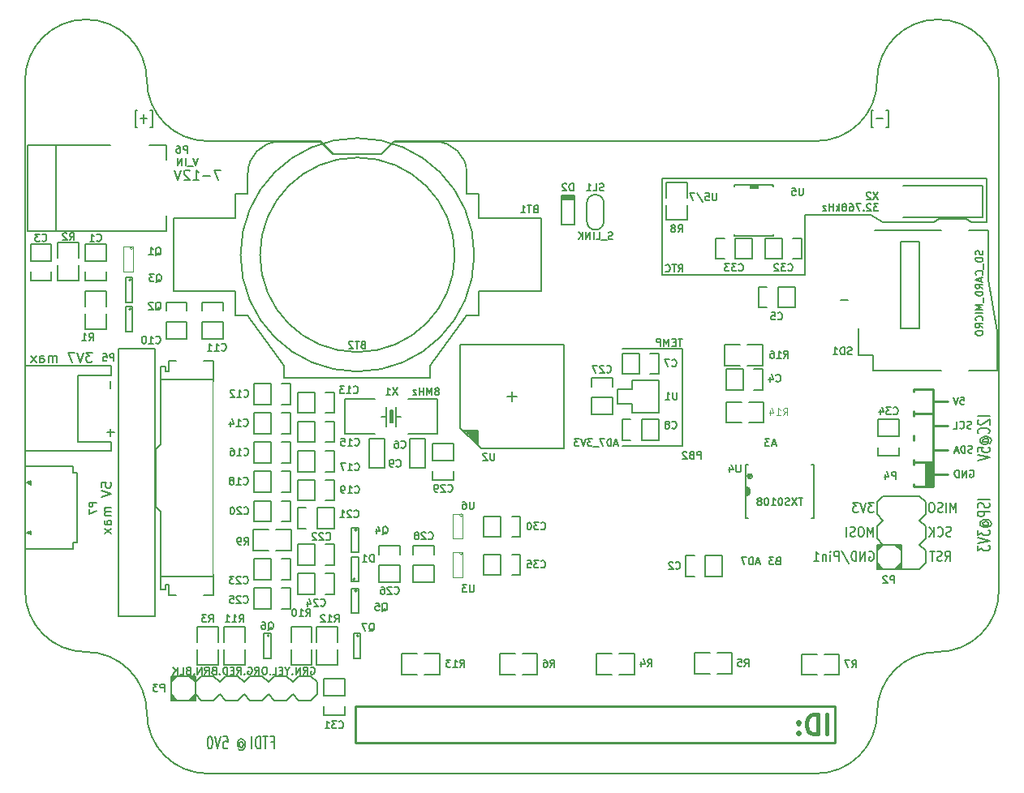
<source format=gbo>
G04 (created by PCBNEW (2013-03-15 BZR 4003)-stable) date 24-May-13 1:25:35 PM*
%MOIN*%
G04 Gerber Fmt 3.4, Leading zero omitted, Abs format*
%FSLAX34Y34*%
G01*
G70*
G90*
G04 APERTURE LIST*
%ADD10C,0.006*%
%ADD11C,0.005*%
%ADD12C,0.008*%
%ADD13C,0.016*%
%ADD14C,0.01*%
%ADD15C,0.00590551*%
%ADD16C,0.0031*%
%ADD17C,0.004*%
%ADD18R,0.0394X0.0236*%
%ADD19R,0.0394X0.0315*%
%ADD20R,0.042X0.056*%
%ADD21R,0.056X0.042*%
%ADD22R,0.059X0.0512*%
%ADD23R,0.0512X0.059*%
%ADD24R,0.0472X0.0315*%
%ADD25C,0.04*%
%ADD26R,0.06X0.06*%
%ADD27C,0.06*%
%ADD28R,0.0787X0.0177*%
%ADD29R,0.0177X0.0787*%
%ADD30C,0.45*%
%ADD31C,0.07*%
%ADD32R,0.07X0.07*%
%ADD33C,0.155*%
%ADD34C,0.08*%
%ADD35R,0.054X0.016*%
%ADD36R,0.056X0.063*%
%ADD37R,0.075X0.075*%
%ADD38C,0.075*%
%ADD39R,0.03X0.03*%
%ADD40R,0.08X0.024*%
%ADD41R,0.0394X0.0354*%
%ADD42R,0.0984252X0.11811*%
%ADD43R,0.3X0.1*%
%ADD44R,0.1337X0.059*%
%ADD45R,0.1377X0.0392*%
%ADD46R,0.0944882X0.0787402*%
%ADD47R,0.0590551X0.019685*%
%ADD48O,0.1X0.18*%
%ADD49R,0.1X0.2*%
%ADD50O,0.15X0.07*%
%ADD51R,0.0165X0.0579*%
%ADD52R,0.0629921X0.0275591*%
%ADD53R,0.0629921X0.0472441*%
%ADD54R,0.0866142X0.0472441*%
%ADD55R,0.0551181X0.0629921*%
%ADD56C,0.045*%
%ADD57R,0.225X0.225*%
%ADD58C,0.6*%
G04 APERTURE END LIST*
G54D10*
G54D11*
X48875Y-22350D02*
X49500Y-22350D01*
X48675Y-22200D02*
X48875Y-22350D01*
X47525Y-22200D02*
X48675Y-22200D01*
X47350Y-22350D02*
X47525Y-22200D01*
X45225Y-22350D02*
X44725Y-22050D01*
X47350Y-22350D02*
X45225Y-22350D01*
X36841Y-24381D02*
X36941Y-24238D01*
X37012Y-24381D02*
X37012Y-24081D01*
X36898Y-24081D01*
X36869Y-24095D01*
X36855Y-24110D01*
X36841Y-24138D01*
X36841Y-24181D01*
X36855Y-24210D01*
X36869Y-24224D01*
X36898Y-24238D01*
X37012Y-24238D01*
X36755Y-24081D02*
X36584Y-24081D01*
X36669Y-24381D02*
X36669Y-24081D01*
X36312Y-24352D02*
X36327Y-24367D01*
X36370Y-24381D01*
X36398Y-24381D01*
X36441Y-24367D01*
X36470Y-24338D01*
X36484Y-24310D01*
X36498Y-24252D01*
X36498Y-24210D01*
X36484Y-24152D01*
X36470Y-24124D01*
X36441Y-24095D01*
X36398Y-24081D01*
X36370Y-24081D01*
X36327Y-24095D01*
X36312Y-24110D01*
X36992Y-27121D02*
X36821Y-27121D01*
X36907Y-27421D02*
X36907Y-27121D01*
X36721Y-27264D02*
X36621Y-27264D01*
X36578Y-27421D02*
X36721Y-27421D01*
X36721Y-27121D01*
X36578Y-27121D01*
X36449Y-27421D02*
X36449Y-27121D01*
X36349Y-27335D01*
X36249Y-27121D01*
X36249Y-27421D01*
X36107Y-27421D02*
X36107Y-27121D01*
X35992Y-27121D01*
X35964Y-27135D01*
X35950Y-27150D01*
X35935Y-27178D01*
X35935Y-27221D01*
X35950Y-27250D01*
X35964Y-27264D01*
X35992Y-27278D01*
X36107Y-27278D01*
X37000Y-27540D02*
X34520Y-27540D01*
X37000Y-31520D02*
X37000Y-27540D01*
X34530Y-31520D02*
X37000Y-31520D01*
X42040Y-22050D02*
X44720Y-22050D01*
X42040Y-24500D02*
X42040Y-22050D01*
X36180Y-24500D02*
X42040Y-24500D01*
X36180Y-20520D02*
X36180Y-24500D01*
X49500Y-20520D02*
X36180Y-20520D01*
X49500Y-22350D02*
X49500Y-20520D01*
G54D12*
X45376Y-18439D02*
X45460Y-18439D01*
X45460Y-17724D01*
X45376Y-17724D01*
X45243Y-18081D02*
X44976Y-18081D01*
X44843Y-18439D02*
X44759Y-18439D01*
X44759Y-17724D01*
X44843Y-17724D01*
X15136Y-18439D02*
X15220Y-18439D01*
X15220Y-17724D01*
X15136Y-17724D01*
X15003Y-18081D02*
X14736Y-18081D01*
X14870Y-18272D02*
X14870Y-17891D01*
X14603Y-18439D02*
X14519Y-18439D01*
X14519Y-17724D01*
X14603Y-17724D01*
G54D10*
X18816Y-43739D02*
X18833Y-43715D01*
X18866Y-43691D01*
X18900Y-43691D01*
X18933Y-43715D01*
X18950Y-43739D01*
X18966Y-43786D01*
X18966Y-43834D01*
X18950Y-43882D01*
X18933Y-43905D01*
X18900Y-43929D01*
X18866Y-43929D01*
X18833Y-43905D01*
X18816Y-43882D01*
X18816Y-43691D02*
X18816Y-43882D01*
X18800Y-43905D01*
X18783Y-43905D01*
X18750Y-43882D01*
X18733Y-43834D01*
X18733Y-43715D01*
X18766Y-43644D01*
X18816Y-43596D01*
X18883Y-43572D01*
X18950Y-43596D01*
X19000Y-43644D01*
X19033Y-43715D01*
X19050Y-43810D01*
X19033Y-43905D01*
X19000Y-43977D01*
X18950Y-44025D01*
X18883Y-44048D01*
X18816Y-44025D01*
X18766Y-43977D01*
X18150Y-43477D02*
X18316Y-43477D01*
X18333Y-43715D01*
X18316Y-43691D01*
X18283Y-43667D01*
X18200Y-43667D01*
X18166Y-43691D01*
X18150Y-43715D01*
X18133Y-43763D01*
X18133Y-43882D01*
X18150Y-43929D01*
X18166Y-43953D01*
X18200Y-43977D01*
X18283Y-43977D01*
X18316Y-43953D01*
X18333Y-43929D01*
X18033Y-43477D02*
X17916Y-43977D01*
X17800Y-43477D01*
X17616Y-43477D02*
X17583Y-43477D01*
X17550Y-43501D01*
X17533Y-43525D01*
X17516Y-43572D01*
X17500Y-43667D01*
X17500Y-43786D01*
X17516Y-43882D01*
X17533Y-43929D01*
X17550Y-43953D01*
X17583Y-43977D01*
X17616Y-43977D01*
X17650Y-43953D01*
X17666Y-43929D01*
X17683Y-43882D01*
X17700Y-43786D01*
X17700Y-43667D01*
X17683Y-43572D01*
X17666Y-43525D01*
X17650Y-43501D01*
X17616Y-43477D01*
G54D13*
X42940Y-43373D02*
X42940Y-42573D01*
X42559Y-43373D02*
X42559Y-42573D01*
X42369Y-42573D01*
X42254Y-42611D01*
X42178Y-42688D01*
X42140Y-42764D01*
X42102Y-42916D01*
X42102Y-43030D01*
X42140Y-43183D01*
X42178Y-43259D01*
X42254Y-43335D01*
X42369Y-43373D01*
X42559Y-43373D01*
X41759Y-43297D02*
X41721Y-43335D01*
X41759Y-43373D01*
X41797Y-43335D01*
X41759Y-43297D01*
X41759Y-43373D01*
X41759Y-42878D02*
X41721Y-42916D01*
X41759Y-42954D01*
X41797Y-42916D01*
X41759Y-42878D01*
X41759Y-42954D01*
G54D14*
X23575Y-43750D02*
X23575Y-42250D01*
X43275Y-43750D02*
X23575Y-43750D01*
X43275Y-42250D02*
X43275Y-43750D01*
X23575Y-42250D02*
X43275Y-42250D01*
G54D10*
X18033Y-20186D02*
X17766Y-20186D01*
X17938Y-20586D01*
X17614Y-20434D02*
X17309Y-20434D01*
X16909Y-20586D02*
X17138Y-20586D01*
X17023Y-20586D02*
X17023Y-20186D01*
X17061Y-20244D01*
X17099Y-20282D01*
X17138Y-20301D01*
X16757Y-20225D02*
X16738Y-20205D01*
X16699Y-20186D01*
X16604Y-20186D01*
X16566Y-20205D01*
X16547Y-20225D01*
X16528Y-20263D01*
X16528Y-20301D01*
X16547Y-20358D01*
X16776Y-20586D01*
X16528Y-20586D01*
X16414Y-20186D02*
X16280Y-20586D01*
X16147Y-20186D01*
X13136Y-33236D02*
X13136Y-33046D01*
X13327Y-33027D01*
X13308Y-33046D01*
X13289Y-33084D01*
X13289Y-33179D01*
X13308Y-33217D01*
X13327Y-33236D01*
X13365Y-33255D01*
X13460Y-33255D01*
X13498Y-33236D01*
X13517Y-33217D01*
X13536Y-33179D01*
X13536Y-33084D01*
X13517Y-33046D01*
X13498Y-33027D01*
X13136Y-33370D02*
X13536Y-33503D01*
X13136Y-33636D01*
X13536Y-34075D02*
X13270Y-34075D01*
X13308Y-34075D02*
X13289Y-34094D01*
X13270Y-34132D01*
X13270Y-34189D01*
X13289Y-34227D01*
X13327Y-34246D01*
X13536Y-34246D01*
X13327Y-34246D02*
X13289Y-34265D01*
X13270Y-34303D01*
X13270Y-34360D01*
X13289Y-34398D01*
X13327Y-34417D01*
X13536Y-34417D01*
X13536Y-34779D02*
X13327Y-34779D01*
X13289Y-34760D01*
X13270Y-34722D01*
X13270Y-34646D01*
X13289Y-34608D01*
X13517Y-34779D02*
X13536Y-34741D01*
X13536Y-34646D01*
X13517Y-34608D01*
X13479Y-34589D01*
X13441Y-34589D01*
X13403Y-34608D01*
X13384Y-34646D01*
X13384Y-34741D01*
X13365Y-34779D01*
X13536Y-34932D02*
X13270Y-35141D01*
X13270Y-34932D02*
X13536Y-35141D01*
X12757Y-27686D02*
X12509Y-27686D01*
X12642Y-27839D01*
X12585Y-27839D01*
X12547Y-27858D01*
X12528Y-27877D01*
X12509Y-27915D01*
X12509Y-28010D01*
X12528Y-28048D01*
X12547Y-28067D01*
X12585Y-28086D01*
X12699Y-28086D01*
X12738Y-28067D01*
X12757Y-28048D01*
X12395Y-27686D02*
X12261Y-28086D01*
X12128Y-27686D01*
X12033Y-27686D02*
X11766Y-27686D01*
X11938Y-28086D01*
X11309Y-28086D02*
X11309Y-27820D01*
X11309Y-27858D02*
X11290Y-27839D01*
X11252Y-27820D01*
X11195Y-27820D01*
X11157Y-27839D01*
X11138Y-27877D01*
X11138Y-28086D01*
X11138Y-27877D02*
X11119Y-27839D01*
X11080Y-27820D01*
X11023Y-27820D01*
X10985Y-27839D01*
X10966Y-27877D01*
X10966Y-28086D01*
X10604Y-28086D02*
X10604Y-27877D01*
X10623Y-27839D01*
X10661Y-27820D01*
X10738Y-27820D01*
X10776Y-27839D01*
X10604Y-28067D02*
X10642Y-28086D01*
X10738Y-28086D01*
X10776Y-28067D01*
X10795Y-28029D01*
X10795Y-27991D01*
X10776Y-27953D01*
X10738Y-27934D01*
X10642Y-27934D01*
X10604Y-27915D01*
X10452Y-28086D02*
X10242Y-27820D01*
X10452Y-27820D02*
X10242Y-28086D01*
X49627Y-30316D02*
X49127Y-30316D01*
X49175Y-30466D02*
X49151Y-30483D01*
X49127Y-30516D01*
X49127Y-30600D01*
X49151Y-30633D01*
X49175Y-30650D01*
X49222Y-30666D01*
X49270Y-30666D01*
X49341Y-30650D01*
X49627Y-30450D01*
X49627Y-30666D01*
X49579Y-31016D02*
X49603Y-31000D01*
X49627Y-30950D01*
X49627Y-30916D01*
X49603Y-30866D01*
X49555Y-30833D01*
X49508Y-30816D01*
X49413Y-30800D01*
X49341Y-30800D01*
X49246Y-30816D01*
X49198Y-30833D01*
X49151Y-30866D01*
X49127Y-30916D01*
X49127Y-30950D01*
X49151Y-31000D01*
X49175Y-31016D01*
X49389Y-31383D02*
X49365Y-31366D01*
X49341Y-31333D01*
X49341Y-31300D01*
X49365Y-31266D01*
X49389Y-31250D01*
X49436Y-31233D01*
X49484Y-31233D01*
X49532Y-31250D01*
X49555Y-31266D01*
X49579Y-31300D01*
X49579Y-31333D01*
X49555Y-31366D01*
X49532Y-31383D01*
X49341Y-31383D02*
X49532Y-31383D01*
X49555Y-31400D01*
X49555Y-31416D01*
X49532Y-31450D01*
X49484Y-31466D01*
X49365Y-31466D01*
X49294Y-31433D01*
X49246Y-31383D01*
X49222Y-31316D01*
X49246Y-31250D01*
X49294Y-31200D01*
X49365Y-31166D01*
X49460Y-31150D01*
X49555Y-31166D01*
X49627Y-31200D01*
X49675Y-31250D01*
X49698Y-31316D01*
X49675Y-31383D01*
X49627Y-31433D01*
X49127Y-31783D02*
X49127Y-31616D01*
X49365Y-31600D01*
X49341Y-31616D01*
X49317Y-31650D01*
X49317Y-31733D01*
X49341Y-31766D01*
X49365Y-31783D01*
X49413Y-31800D01*
X49532Y-31800D01*
X49579Y-31783D01*
X49603Y-31766D01*
X49627Y-31733D01*
X49627Y-31650D01*
X49603Y-31616D01*
X49579Y-31600D01*
X49127Y-31900D02*
X49627Y-32016D01*
X49127Y-32133D01*
X49627Y-33725D02*
X49127Y-33725D01*
X49603Y-33874D02*
X49627Y-33924D01*
X49627Y-34008D01*
X49603Y-34041D01*
X49579Y-34058D01*
X49532Y-34074D01*
X49484Y-34074D01*
X49436Y-34058D01*
X49413Y-34041D01*
X49389Y-34008D01*
X49365Y-33941D01*
X49341Y-33908D01*
X49317Y-33891D01*
X49270Y-33874D01*
X49222Y-33874D01*
X49175Y-33891D01*
X49151Y-33908D01*
X49127Y-33941D01*
X49127Y-34024D01*
X49151Y-34074D01*
X49627Y-34225D02*
X49127Y-34225D01*
X49127Y-34358D01*
X49151Y-34391D01*
X49175Y-34408D01*
X49222Y-34425D01*
X49294Y-34425D01*
X49341Y-34408D01*
X49365Y-34391D01*
X49389Y-34358D01*
X49389Y-34225D01*
X49389Y-34791D02*
X49365Y-34775D01*
X49341Y-34741D01*
X49341Y-34708D01*
X49365Y-34675D01*
X49389Y-34658D01*
X49436Y-34641D01*
X49484Y-34641D01*
X49532Y-34658D01*
X49555Y-34675D01*
X49579Y-34708D01*
X49579Y-34741D01*
X49555Y-34775D01*
X49532Y-34791D01*
X49341Y-34791D02*
X49532Y-34791D01*
X49555Y-34808D01*
X49555Y-34825D01*
X49532Y-34858D01*
X49484Y-34875D01*
X49365Y-34875D01*
X49294Y-34841D01*
X49246Y-34791D01*
X49222Y-34725D01*
X49246Y-34658D01*
X49294Y-34608D01*
X49365Y-34575D01*
X49460Y-34558D01*
X49555Y-34575D01*
X49627Y-34608D01*
X49675Y-34658D01*
X49698Y-34725D01*
X49675Y-34791D01*
X49627Y-34841D01*
X49127Y-34991D02*
X49127Y-35208D01*
X49317Y-35091D01*
X49317Y-35141D01*
X49341Y-35175D01*
X49365Y-35191D01*
X49413Y-35208D01*
X49532Y-35208D01*
X49579Y-35191D01*
X49603Y-35175D01*
X49627Y-35141D01*
X49627Y-35041D01*
X49603Y-35008D01*
X49579Y-34991D01*
X49127Y-35308D02*
X49627Y-35425D01*
X49127Y-35541D01*
X49127Y-35625D02*
X49127Y-35841D01*
X49317Y-35725D01*
X49317Y-35775D01*
X49341Y-35808D01*
X49365Y-35825D01*
X49413Y-35841D01*
X49532Y-35841D01*
X49579Y-35825D01*
X49603Y-35808D01*
X49627Y-35775D01*
X49627Y-35675D01*
X49603Y-35641D01*
X49579Y-35625D01*
G54D11*
X22125Y-19000D02*
X17500Y-19000D01*
X25175Y-19000D02*
X42500Y-19000D01*
X24625Y-19550D02*
X25175Y-19000D01*
X23625Y-19550D02*
X24625Y-19550D01*
X22675Y-19550D02*
X22125Y-19000D01*
X23675Y-19550D02*
X22675Y-19550D01*
X48810Y-32535D02*
X48839Y-32521D01*
X48882Y-32521D01*
X48925Y-32535D01*
X48953Y-32564D01*
X48967Y-32592D01*
X48982Y-32650D01*
X48982Y-32692D01*
X48967Y-32750D01*
X48953Y-32778D01*
X48925Y-32807D01*
X48882Y-32821D01*
X48853Y-32821D01*
X48810Y-32807D01*
X48796Y-32792D01*
X48796Y-32692D01*
X48853Y-32692D01*
X48667Y-32821D02*
X48667Y-32521D01*
X48496Y-32821D01*
X48496Y-32521D01*
X48353Y-32821D02*
X48353Y-32521D01*
X48282Y-32521D01*
X48239Y-32535D01*
X48210Y-32564D01*
X48196Y-32592D01*
X48182Y-32650D01*
X48182Y-32692D01*
X48196Y-32750D01*
X48210Y-32778D01*
X48239Y-32807D01*
X48282Y-32821D01*
X48353Y-32821D01*
X48910Y-31807D02*
X48867Y-31821D01*
X48796Y-31821D01*
X48767Y-31807D01*
X48753Y-31792D01*
X48739Y-31764D01*
X48739Y-31735D01*
X48753Y-31707D01*
X48767Y-31692D01*
X48796Y-31678D01*
X48853Y-31664D01*
X48882Y-31650D01*
X48896Y-31635D01*
X48910Y-31607D01*
X48910Y-31578D01*
X48896Y-31550D01*
X48882Y-31535D01*
X48853Y-31521D01*
X48782Y-31521D01*
X48739Y-31535D01*
X48610Y-31821D02*
X48610Y-31521D01*
X48539Y-31521D01*
X48496Y-31535D01*
X48467Y-31564D01*
X48453Y-31592D01*
X48439Y-31650D01*
X48439Y-31692D01*
X48453Y-31750D01*
X48467Y-31778D01*
X48496Y-31807D01*
X48539Y-31821D01*
X48610Y-31821D01*
X48325Y-31735D02*
X48182Y-31735D01*
X48353Y-31821D02*
X48253Y-31521D01*
X48153Y-31821D01*
X48871Y-30807D02*
X48828Y-30821D01*
X48757Y-30821D01*
X48728Y-30807D01*
X48714Y-30792D01*
X48700Y-30764D01*
X48700Y-30735D01*
X48714Y-30707D01*
X48728Y-30692D01*
X48757Y-30678D01*
X48814Y-30664D01*
X48842Y-30650D01*
X48857Y-30635D01*
X48871Y-30607D01*
X48871Y-30578D01*
X48857Y-30550D01*
X48842Y-30535D01*
X48814Y-30521D01*
X48742Y-30521D01*
X48700Y-30535D01*
X48400Y-30792D02*
X48414Y-30807D01*
X48457Y-30821D01*
X48485Y-30821D01*
X48528Y-30807D01*
X48557Y-30778D01*
X48571Y-30750D01*
X48585Y-30692D01*
X48585Y-30650D01*
X48571Y-30592D01*
X48557Y-30564D01*
X48528Y-30535D01*
X48485Y-30521D01*
X48457Y-30521D01*
X48414Y-30535D01*
X48400Y-30550D01*
X48128Y-30821D02*
X48271Y-30821D01*
X48271Y-30521D01*
X48428Y-29521D02*
X48571Y-29521D01*
X48585Y-29664D01*
X48571Y-29650D01*
X48542Y-29635D01*
X48471Y-29635D01*
X48442Y-29650D01*
X48428Y-29664D01*
X48414Y-29692D01*
X48414Y-29764D01*
X48428Y-29792D01*
X48442Y-29807D01*
X48471Y-29821D01*
X48542Y-29821D01*
X48571Y-29807D01*
X48585Y-29792D01*
X48328Y-29521D02*
X48228Y-29821D01*
X48128Y-29521D01*
X47500Y-40000D02*
G75*
G03X50000Y-37500I0J2500D01*
G74*
G01*
X42500Y-45000D02*
G75*
G03X45000Y-42500I0J2500D01*
G74*
G01*
X47500Y-40000D02*
G75*
G03X45000Y-42500I0J-2500D01*
G74*
G01*
X15000Y-42500D02*
G75*
G03X17500Y-45000I2500J0D01*
G74*
G01*
X10000Y-37500D02*
G75*
G03X12500Y-40000I2500J0D01*
G74*
G01*
X15000Y-42500D02*
G75*
G03X12500Y-40000I-2500J0D01*
G74*
G01*
X42500Y-19000D02*
G75*
G03X45000Y-16500I0J2500D01*
G74*
G01*
X50000Y-16500D02*
G75*
G03X47500Y-14000I-2500J0D01*
G74*
G01*
X47500Y-14000D02*
G75*
G03X45000Y-16500I0J-2500D01*
G74*
G01*
X15000Y-16500D02*
G75*
G03X17500Y-19000I2500J0D01*
G74*
G01*
X15000Y-16500D02*
G75*
G03X12500Y-14000I-2500J0D01*
G74*
G01*
X12500Y-14000D02*
G75*
G03X10000Y-16500I0J-2500D01*
G74*
G01*
X13850Y-38550D02*
X15350Y-38550D01*
X13850Y-27550D02*
X13850Y-38550D01*
X15350Y-27550D02*
X13850Y-27550D01*
X15350Y-38550D02*
X15350Y-27550D01*
X42500Y-45000D02*
X17500Y-45000D01*
X10000Y-37500D02*
X10000Y-16500D01*
X50000Y-16500D02*
X50000Y-37500D01*
G54D15*
X23628Y-37486D02*
G75*
G03X23628Y-37486I-39J0D01*
G74*
G01*
X23687Y-37900D02*
X23687Y-38411D01*
X23687Y-38411D02*
X23412Y-38411D01*
X23412Y-38411D02*
X23412Y-37388D01*
X23412Y-37388D02*
X23687Y-37388D01*
X23687Y-37388D02*
X23687Y-37900D01*
X14353Y-25911D02*
G75*
G03X14353Y-25911I-39J0D01*
G74*
G01*
X14412Y-26325D02*
X14412Y-26836D01*
X14412Y-26836D02*
X14137Y-26836D01*
X14137Y-26836D02*
X14137Y-25813D01*
X14137Y-25813D02*
X14412Y-25813D01*
X14412Y-25813D02*
X14412Y-26325D01*
X23628Y-34986D02*
G75*
G03X23628Y-34986I-39J0D01*
G74*
G01*
X23687Y-35400D02*
X23687Y-35911D01*
X23687Y-35911D02*
X23412Y-35911D01*
X23412Y-35911D02*
X23412Y-34888D01*
X23412Y-34888D02*
X23687Y-34888D01*
X23687Y-34888D02*
X23687Y-35400D01*
X20028Y-39336D02*
G75*
G03X20028Y-39336I-39J0D01*
G74*
G01*
X20087Y-39750D02*
X20087Y-40261D01*
X20087Y-40261D02*
X19812Y-40261D01*
X19812Y-40261D02*
X19812Y-39238D01*
X19812Y-39238D02*
X20087Y-39238D01*
X20087Y-39238D02*
X20087Y-39750D01*
X23550Y-37013D02*
G75*
G03X23550Y-37013I-39J0D01*
G74*
G01*
X23412Y-36600D02*
X23412Y-36088D01*
X23412Y-36088D02*
X23687Y-36088D01*
X23687Y-36088D02*
X23687Y-37111D01*
X23687Y-37111D02*
X23412Y-37111D01*
X23412Y-37111D02*
X23412Y-36600D01*
X23703Y-39336D02*
G75*
G03X23703Y-39336I-39J0D01*
G74*
G01*
X23762Y-39750D02*
X23762Y-40261D01*
X23762Y-40261D02*
X23487Y-40261D01*
X23487Y-40261D02*
X23487Y-39238D01*
X23487Y-39238D02*
X23762Y-39238D01*
X23762Y-39238D02*
X23762Y-39750D01*
X14353Y-24711D02*
G75*
G03X14353Y-24711I-39J0D01*
G74*
G01*
X14412Y-25125D02*
X14412Y-25636D01*
X14412Y-25636D02*
X14137Y-25636D01*
X14137Y-25636D02*
X14137Y-24613D01*
X14137Y-24613D02*
X14412Y-24613D01*
X14412Y-24613D02*
X14412Y-25125D01*
G54D16*
X14425Y-23412D02*
G75*
G03X14425Y-23412I-62J0D01*
G74*
G01*
X14025Y-24375D02*
X14425Y-24375D01*
X14025Y-23350D02*
X14425Y-23350D01*
X14425Y-24375D02*
X14425Y-23350D01*
X14025Y-23350D02*
X14025Y-24375D01*
G54D10*
X41625Y-25000D02*
X40925Y-25000D01*
X41625Y-25850D02*
X40925Y-25850D01*
X40475Y-25000D02*
X40125Y-25000D01*
X40125Y-25850D02*
X40475Y-25850D01*
X40925Y-25850D02*
X40925Y-25000D01*
X41625Y-25850D02*
X41625Y-25000D01*
X40125Y-25850D02*
X40125Y-25000D01*
X28850Y-35275D02*
X29550Y-35275D01*
X28850Y-34425D02*
X29550Y-34425D01*
X30000Y-35275D02*
X30350Y-35275D01*
X30350Y-34425D02*
X30000Y-34425D01*
X29550Y-34425D02*
X29550Y-35275D01*
X28850Y-34425D02*
X28850Y-35275D01*
X30350Y-34425D02*
X30350Y-35275D01*
X19400Y-34650D02*
X20100Y-34650D01*
X19400Y-33800D02*
X20100Y-33800D01*
X20550Y-34650D02*
X20900Y-34650D01*
X20900Y-33800D02*
X20550Y-33800D01*
X20100Y-33800D02*
X20100Y-34650D01*
X19400Y-33800D02*
X19400Y-34650D01*
X20900Y-33800D02*
X20900Y-34650D01*
X21200Y-31375D02*
X21900Y-31375D01*
X21200Y-30525D02*
X21900Y-30525D01*
X22350Y-31375D02*
X22700Y-31375D01*
X22700Y-30525D02*
X22350Y-30525D01*
X21900Y-30525D02*
X21900Y-31375D01*
X21200Y-30525D02*
X21200Y-31375D01*
X22700Y-30525D02*
X22700Y-31375D01*
X19400Y-33425D02*
X20100Y-33425D01*
X19400Y-32575D02*
X20100Y-32575D01*
X20550Y-33425D02*
X20900Y-33425D01*
X20900Y-32575D02*
X20550Y-32575D01*
X20100Y-32575D02*
X20100Y-33425D01*
X19400Y-32575D02*
X19400Y-33425D01*
X20900Y-32575D02*
X20900Y-33425D01*
X21200Y-32600D02*
X21900Y-32600D01*
X21200Y-31750D02*
X21900Y-31750D01*
X22350Y-32600D02*
X22700Y-32600D01*
X22700Y-31750D02*
X22350Y-31750D01*
X21900Y-31750D02*
X21900Y-32600D01*
X21200Y-31750D02*
X21200Y-32600D01*
X22700Y-31750D02*
X22700Y-32600D01*
X16645Y-27130D02*
X16645Y-26430D01*
X15795Y-27130D02*
X15795Y-26430D01*
X16645Y-25980D02*
X16645Y-25630D01*
X15795Y-25630D02*
X15795Y-25980D01*
X15795Y-26430D02*
X16645Y-26430D01*
X15795Y-27130D02*
X16645Y-27130D01*
X15795Y-25630D02*
X16645Y-25630D01*
X21200Y-30175D02*
X21900Y-30175D01*
X21200Y-29325D02*
X21900Y-29325D01*
X22350Y-30175D02*
X22700Y-30175D01*
X22700Y-29325D02*
X22350Y-29325D01*
X21900Y-29325D02*
X21900Y-30175D01*
X21200Y-29325D02*
X21200Y-30175D01*
X22700Y-29325D02*
X22700Y-30175D01*
X19400Y-31025D02*
X20100Y-31025D01*
X19400Y-30175D02*
X20100Y-30175D01*
X20550Y-31025D02*
X20900Y-31025D01*
X20900Y-30175D02*
X20550Y-30175D01*
X20100Y-30175D02*
X20100Y-31025D01*
X19400Y-30175D02*
X19400Y-31025D01*
X20900Y-30175D02*
X20900Y-31025D01*
X18125Y-27125D02*
X18125Y-26425D01*
X17275Y-27125D02*
X17275Y-26425D01*
X18125Y-25975D02*
X18125Y-25625D01*
X17275Y-25625D02*
X17275Y-25975D01*
X17275Y-26425D02*
X18125Y-26425D01*
X17275Y-27125D02*
X18125Y-27125D01*
X17275Y-25625D02*
X18125Y-25625D01*
X21200Y-33775D02*
X21900Y-33775D01*
X21200Y-32925D02*
X21900Y-32925D01*
X22350Y-33775D02*
X22700Y-33775D01*
X22700Y-32925D02*
X22350Y-32925D01*
X21900Y-32925D02*
X21900Y-33775D01*
X21200Y-32925D02*
X21200Y-33775D01*
X22700Y-32925D02*
X22700Y-33775D01*
X21200Y-37625D02*
X21900Y-37625D01*
X21200Y-36775D02*
X21900Y-36775D01*
X22350Y-37625D02*
X22700Y-37625D01*
X22700Y-36775D02*
X22350Y-36775D01*
X21900Y-36775D02*
X21900Y-37625D01*
X21200Y-36775D02*
X21200Y-37625D01*
X22700Y-36775D02*
X22700Y-37625D01*
X19400Y-32225D02*
X20100Y-32225D01*
X19400Y-31375D02*
X20100Y-31375D01*
X20550Y-32225D02*
X20900Y-32225D01*
X20900Y-31375D02*
X20550Y-31375D01*
X20100Y-31375D02*
X20100Y-32225D01*
X19400Y-31375D02*
X19400Y-32225D01*
X20900Y-31375D02*
X20900Y-32225D01*
X21200Y-36425D02*
X21900Y-36425D01*
X21200Y-35575D02*
X21900Y-35575D01*
X22350Y-36425D02*
X22700Y-36425D01*
X22700Y-35575D02*
X22350Y-35575D01*
X21900Y-35575D02*
X21900Y-36425D01*
X21200Y-35575D02*
X21200Y-36425D01*
X22700Y-35575D02*
X22700Y-36425D01*
X34525Y-28575D02*
X35225Y-28575D01*
X34525Y-27725D02*
X35225Y-27725D01*
X35675Y-28575D02*
X36025Y-28575D01*
X36025Y-27725D02*
X35675Y-27725D01*
X35225Y-27725D02*
X35225Y-28575D01*
X34525Y-27725D02*
X34525Y-28575D01*
X36025Y-27725D02*
X36025Y-28575D01*
X22700Y-34075D02*
X22000Y-34075D01*
X22700Y-34925D02*
X22000Y-34925D01*
X21550Y-34075D02*
X21200Y-34075D01*
X21200Y-34925D02*
X21550Y-34925D01*
X22000Y-34925D02*
X22000Y-34075D01*
X22700Y-34925D02*
X22700Y-34075D01*
X21200Y-34925D02*
X21200Y-34075D01*
X19400Y-37025D02*
X20100Y-37025D01*
X19400Y-36175D02*
X20100Y-36175D01*
X20550Y-37025D02*
X20900Y-37025D01*
X20900Y-36175D02*
X20550Y-36175D01*
X20100Y-36175D02*
X20100Y-37025D01*
X19400Y-36175D02*
X19400Y-37025D01*
X20900Y-36175D02*
X20900Y-37025D01*
X19400Y-38225D02*
X20100Y-38225D01*
X19400Y-37375D02*
X20100Y-37375D01*
X20550Y-38225D02*
X20900Y-38225D01*
X20900Y-37375D02*
X20550Y-37375D01*
X20100Y-37375D02*
X20100Y-38225D01*
X19400Y-37375D02*
X19400Y-38225D01*
X20900Y-37375D02*
X20900Y-38225D01*
X19400Y-29825D02*
X20100Y-29825D01*
X19400Y-28975D02*
X20100Y-28975D01*
X20550Y-29825D02*
X20900Y-29825D01*
X20900Y-28975D02*
X20550Y-28975D01*
X20100Y-28975D02*
X20100Y-29825D01*
X19400Y-28975D02*
X19400Y-29825D01*
X20900Y-28975D02*
X20900Y-29825D01*
X26800Y-37150D02*
X26800Y-36450D01*
X25950Y-37150D02*
X25950Y-36450D01*
X26800Y-36000D02*
X26800Y-35650D01*
X25950Y-35650D02*
X25950Y-36000D01*
X25950Y-36450D02*
X26800Y-36450D01*
X25950Y-37150D02*
X26800Y-37150D01*
X25950Y-35650D02*
X26800Y-35650D01*
X13325Y-26100D02*
X13325Y-26725D01*
X13325Y-26725D02*
X12475Y-26725D01*
X12475Y-26725D02*
X12475Y-26100D01*
X12475Y-25800D02*
X12475Y-25200D01*
X12475Y-25200D02*
X12475Y-25175D01*
X12475Y-25175D02*
X13325Y-25175D01*
X13325Y-25175D02*
X13325Y-25800D01*
X21975Y-39600D02*
X21975Y-38975D01*
X21975Y-38975D02*
X22825Y-38975D01*
X22825Y-38975D02*
X22825Y-39600D01*
X22825Y-39900D02*
X22825Y-40500D01*
X22825Y-40500D02*
X22825Y-40525D01*
X22825Y-40525D02*
X21975Y-40525D01*
X21975Y-40525D02*
X21975Y-39900D01*
X19025Y-39900D02*
X19025Y-40525D01*
X19025Y-40525D02*
X18175Y-40525D01*
X18175Y-40525D02*
X18175Y-39900D01*
X18175Y-39600D02*
X18175Y-39000D01*
X18175Y-39000D02*
X18175Y-38975D01*
X18175Y-38975D02*
X19025Y-38975D01*
X19025Y-38975D02*
X19025Y-39600D01*
X20000Y-35825D02*
X19375Y-35825D01*
X19375Y-35825D02*
X19375Y-34975D01*
X19375Y-34975D02*
X20000Y-34975D01*
X20300Y-34975D02*
X20900Y-34975D01*
X20900Y-34975D02*
X20925Y-34975D01*
X20925Y-34975D02*
X20925Y-35825D01*
X20925Y-35825D02*
X20300Y-35825D01*
X17075Y-39600D02*
X17075Y-38975D01*
X17075Y-38975D02*
X17925Y-38975D01*
X17925Y-38975D02*
X17925Y-39600D01*
X17925Y-39900D02*
X17925Y-40500D01*
X17925Y-40500D02*
X17925Y-40525D01*
X17925Y-40525D02*
X17075Y-40525D01*
X17075Y-40525D02*
X17075Y-39900D01*
X20925Y-39600D02*
X20925Y-38975D01*
X20925Y-38975D02*
X21775Y-38975D01*
X21775Y-38975D02*
X21775Y-39600D01*
X21775Y-39900D02*
X21775Y-40500D01*
X21775Y-40500D02*
X21775Y-40525D01*
X21775Y-40525D02*
X20925Y-40525D01*
X20925Y-40525D02*
X20925Y-39900D01*
X39675Y-27375D02*
X40300Y-27375D01*
X40300Y-27375D02*
X40300Y-28225D01*
X40300Y-28225D02*
X39675Y-28225D01*
X39375Y-28225D02*
X38775Y-28225D01*
X38775Y-28225D02*
X38750Y-28225D01*
X38750Y-28225D02*
X38750Y-27375D01*
X38750Y-27375D02*
X39375Y-27375D01*
X12200Y-24100D02*
X12200Y-24725D01*
X12200Y-24725D02*
X11350Y-24725D01*
X11350Y-24725D02*
X11350Y-24100D01*
X11350Y-23800D02*
X11350Y-23200D01*
X11350Y-23200D02*
X11350Y-23175D01*
X11350Y-23175D02*
X12200Y-23175D01*
X12200Y-23175D02*
X12200Y-23800D01*
X25400Y-37150D02*
X25400Y-36450D01*
X24550Y-37150D02*
X24550Y-36450D01*
X25400Y-36000D02*
X25400Y-35650D01*
X24550Y-35650D02*
X24550Y-36000D01*
X24550Y-36450D02*
X25400Y-36450D01*
X24550Y-37150D02*
X25400Y-37150D01*
X24550Y-35650D02*
X25400Y-35650D01*
X38800Y-29225D02*
X39500Y-29225D01*
X38800Y-28375D02*
X39500Y-28375D01*
X39950Y-29225D02*
X40300Y-29225D01*
X40300Y-28375D02*
X39950Y-28375D01*
X39500Y-28375D02*
X39500Y-29225D01*
X38800Y-28375D02*
X38800Y-29225D01*
X40300Y-28375D02*
X40300Y-29225D01*
X38650Y-36050D02*
X37950Y-36050D01*
X38650Y-36900D02*
X37950Y-36900D01*
X37500Y-36050D02*
X37150Y-36050D01*
X37150Y-36900D02*
X37500Y-36900D01*
X37950Y-36900D02*
X37950Y-36050D01*
X38650Y-36900D02*
X38650Y-36050D01*
X37150Y-36900D02*
X37150Y-36050D01*
X12475Y-23225D02*
X12475Y-23925D01*
X13325Y-23225D02*
X13325Y-23925D01*
X12475Y-24375D02*
X12475Y-24725D01*
X13325Y-24725D02*
X13325Y-24375D01*
X13325Y-23925D02*
X12475Y-23925D01*
X13325Y-23225D02*
X12475Y-23225D01*
X13325Y-24725D02*
X12475Y-24725D01*
X36025Y-30450D02*
X35325Y-30450D01*
X36025Y-31300D02*
X35325Y-31300D01*
X34875Y-30450D02*
X34525Y-30450D01*
X34525Y-31300D02*
X34875Y-31300D01*
X35325Y-31300D02*
X35325Y-30450D01*
X36025Y-31300D02*
X36025Y-30450D01*
X34525Y-31300D02*
X34525Y-30450D01*
X26750Y-31425D02*
X26750Y-32125D01*
X27600Y-31425D02*
X27600Y-32125D01*
X26750Y-32575D02*
X26750Y-32925D01*
X27600Y-32925D02*
X27600Y-32575D01*
X27600Y-32125D02*
X26750Y-32125D01*
X27600Y-31425D02*
X26750Y-31425D01*
X27600Y-32925D02*
X26750Y-32925D01*
X10225Y-23225D02*
X10225Y-23925D01*
X11075Y-23225D02*
X11075Y-23925D01*
X10225Y-24375D02*
X10225Y-24725D01*
X11075Y-24725D02*
X11075Y-24375D01*
X11075Y-23925D02*
X10225Y-23925D01*
X11075Y-23225D02*
X10225Y-23225D01*
X11075Y-24725D02*
X10225Y-24725D01*
X34125Y-30250D02*
X34125Y-29550D01*
X33275Y-30250D02*
X33275Y-29550D01*
X34125Y-29100D02*
X34125Y-28750D01*
X33275Y-28750D02*
X33275Y-29100D01*
X33275Y-29550D02*
X34125Y-29550D01*
X33275Y-30250D02*
X34125Y-30250D01*
X33275Y-28750D02*
X34125Y-28750D01*
X34950Y-29200D02*
X34950Y-28825D01*
X34950Y-28825D02*
X36050Y-28825D01*
X36050Y-28825D02*
X36050Y-30150D01*
X36050Y-30150D02*
X36050Y-30175D01*
X36050Y-30175D02*
X34950Y-30175D01*
X34950Y-30175D02*
X34950Y-29800D01*
X34950Y-29800D02*
X34350Y-29800D01*
X34350Y-29800D02*
X34350Y-29500D01*
X34350Y-29500D02*
X34350Y-29200D01*
X34350Y-29200D02*
X34950Y-29200D01*
X34400Y-40075D02*
X35025Y-40075D01*
X35025Y-40075D02*
X35025Y-40925D01*
X35025Y-40925D02*
X34400Y-40925D01*
X34100Y-40925D02*
X33500Y-40925D01*
X33500Y-40925D02*
X33475Y-40925D01*
X33475Y-40925D02*
X33475Y-40075D01*
X33475Y-40075D02*
X34100Y-40075D01*
X38425Y-40050D02*
X39050Y-40050D01*
X39050Y-40050D02*
X39050Y-40900D01*
X39050Y-40900D02*
X38425Y-40900D01*
X38125Y-40900D02*
X37525Y-40900D01*
X37525Y-40900D02*
X37500Y-40900D01*
X37500Y-40900D02*
X37500Y-40050D01*
X37500Y-40050D02*
X38125Y-40050D01*
X30425Y-40075D02*
X31050Y-40075D01*
X31050Y-40075D02*
X31050Y-40925D01*
X31050Y-40925D02*
X30425Y-40925D01*
X30125Y-40925D02*
X29525Y-40925D01*
X29525Y-40925D02*
X29500Y-40925D01*
X29500Y-40925D02*
X29500Y-40075D01*
X29500Y-40075D02*
X30125Y-40075D01*
X42525Y-40950D02*
X41900Y-40950D01*
X41900Y-40950D02*
X41900Y-40100D01*
X41900Y-40100D02*
X42525Y-40100D01*
X42825Y-40100D02*
X43425Y-40100D01*
X43425Y-40100D02*
X43450Y-40100D01*
X43450Y-40100D02*
X43450Y-40950D01*
X43450Y-40950D02*
X42825Y-40950D01*
X16850Y-41975D02*
X16850Y-41925D01*
X16900Y-41975D02*
X16900Y-41875D01*
X16950Y-41975D02*
X16950Y-41825D01*
X16150Y-41975D02*
X16150Y-41925D01*
X16100Y-41975D02*
X16100Y-41875D01*
X16050Y-41975D02*
X16050Y-41825D01*
X16150Y-41025D02*
X16150Y-41075D01*
X16100Y-41025D02*
X16100Y-41125D01*
X16050Y-41025D02*
X16050Y-41175D01*
X16850Y-41025D02*
X16850Y-41075D01*
X16900Y-41025D02*
X16900Y-41100D01*
X16950Y-41025D02*
X16950Y-41175D01*
X16750Y-42000D02*
X16975Y-42000D01*
X16975Y-42000D02*
X17000Y-42000D01*
X17000Y-42000D02*
X17000Y-41775D01*
X16000Y-41750D02*
X16000Y-42000D01*
X16000Y-42000D02*
X16250Y-42000D01*
X17000Y-41250D02*
X17000Y-41000D01*
X17000Y-41000D02*
X16750Y-41000D01*
X16000Y-41250D02*
X16000Y-41000D01*
X16000Y-41000D02*
X16250Y-41000D01*
X17000Y-41750D02*
X17000Y-41250D01*
X16000Y-41750D02*
X16000Y-41250D01*
X16000Y-41250D02*
X16250Y-41000D01*
X16250Y-41000D02*
X16750Y-41000D01*
X16750Y-41000D02*
X17000Y-41250D01*
X17000Y-41250D02*
X17250Y-41000D01*
X17250Y-41000D02*
X17750Y-41000D01*
X17750Y-41000D02*
X18000Y-41250D01*
X18000Y-41250D02*
X18250Y-41000D01*
X18250Y-41000D02*
X18750Y-41000D01*
X18750Y-41000D02*
X19000Y-41250D01*
X19000Y-41250D02*
X19250Y-41000D01*
X19250Y-41000D02*
X19750Y-41000D01*
X19750Y-41000D02*
X20000Y-41250D01*
X20000Y-41250D02*
X20250Y-41000D01*
X20250Y-41000D02*
X20750Y-41000D01*
X20750Y-41000D02*
X21000Y-41250D01*
X21000Y-41250D02*
X21250Y-41000D01*
X21250Y-41000D02*
X21750Y-41000D01*
X21750Y-41000D02*
X22000Y-41250D01*
X22000Y-41250D02*
X22000Y-41750D01*
X22000Y-41750D02*
X21750Y-42000D01*
X21750Y-42000D02*
X21250Y-42000D01*
X21250Y-42000D02*
X21000Y-41750D01*
X21000Y-41750D02*
X20750Y-42000D01*
X20750Y-42000D02*
X20250Y-42000D01*
X20250Y-42000D02*
X20000Y-41750D01*
X20000Y-41750D02*
X19750Y-42000D01*
X19750Y-42000D02*
X19250Y-42000D01*
X19250Y-42000D02*
X19000Y-41750D01*
X19000Y-41750D02*
X18750Y-42000D01*
X18750Y-42000D02*
X18250Y-42000D01*
X18250Y-42000D02*
X18000Y-41750D01*
X18000Y-41750D02*
X17750Y-42000D01*
X17750Y-42000D02*
X17250Y-42000D01*
X17250Y-42000D02*
X17000Y-41750D01*
X17000Y-41750D02*
X16750Y-42000D01*
X16750Y-42000D02*
X16250Y-42000D01*
X16250Y-42000D02*
X16000Y-41750D01*
X22275Y-41100D02*
X22275Y-41800D01*
X23125Y-41100D02*
X23125Y-41800D01*
X22275Y-42250D02*
X22275Y-42600D01*
X23125Y-42600D02*
X23125Y-42250D01*
X23125Y-41800D02*
X22275Y-41800D01*
X23125Y-41100D02*
X22275Y-41100D01*
X23125Y-42600D02*
X22275Y-42600D01*
X28350Y-31150D02*
X28275Y-31150D01*
X28350Y-31150D02*
X28350Y-31225D01*
X28400Y-31100D02*
X28225Y-31100D01*
X28400Y-31100D02*
X28400Y-31275D01*
X28450Y-31050D02*
X28175Y-31050D01*
X28450Y-31050D02*
X28450Y-31325D01*
X28500Y-31000D02*
X28125Y-31000D01*
X28500Y-31000D02*
X28500Y-31375D01*
X28550Y-30950D02*
X28075Y-30950D01*
X28550Y-30950D02*
X28550Y-31425D01*
X27975Y-30900D02*
X28600Y-30900D01*
X28600Y-30900D02*
X28600Y-31500D01*
X28725Y-31625D02*
X32125Y-31625D01*
X32125Y-31625D02*
X32125Y-27375D01*
X32125Y-27375D02*
X27875Y-27375D01*
X27875Y-27375D02*
X27875Y-30800D01*
X27875Y-30800D02*
X28725Y-31625D01*
G54D14*
X46500Y-33100D02*
X46500Y-33200D01*
X46500Y-32100D02*
X46500Y-32300D01*
X46500Y-31100D02*
X46500Y-31300D01*
X46500Y-30100D02*
X46500Y-30300D01*
X46500Y-29200D02*
X46500Y-29300D01*
X47000Y-32200D02*
X47000Y-33200D01*
X47100Y-32200D02*
X47100Y-33200D01*
X47200Y-32200D02*
X47200Y-33200D01*
X46500Y-32200D02*
X47300Y-32200D01*
X47300Y-32700D02*
X47900Y-32700D01*
X47300Y-31700D02*
X47900Y-31700D01*
X47300Y-30700D02*
X47900Y-30700D01*
X47300Y-29700D02*
X47900Y-29700D01*
X46500Y-30200D02*
X47300Y-30200D01*
X46500Y-29200D02*
X47300Y-29200D01*
X47300Y-29200D02*
X47300Y-31200D01*
X47300Y-31200D02*
X47300Y-33200D01*
X47300Y-33200D02*
X46500Y-33200D01*
G54D16*
X27975Y-35962D02*
G75*
G03X27975Y-35962I-62J0D01*
G74*
G01*
X27575Y-36925D02*
X27975Y-36925D01*
X27575Y-35900D02*
X27975Y-35900D01*
X27975Y-36925D02*
X27975Y-35900D01*
X27575Y-35900D02*
X27575Y-36925D01*
G54D10*
X37200Y-21625D02*
X37200Y-22250D01*
X37200Y-22250D02*
X36350Y-22250D01*
X36350Y-22250D02*
X36350Y-21625D01*
X36350Y-21325D02*
X36350Y-20725D01*
X36350Y-20725D02*
X36350Y-20700D01*
X36350Y-20700D02*
X37200Y-20700D01*
X37200Y-20700D02*
X37200Y-21325D01*
X40400Y-23850D02*
X41100Y-23850D01*
X40400Y-23000D02*
X41100Y-23000D01*
X41550Y-23850D02*
X41900Y-23850D01*
X41900Y-23000D02*
X41550Y-23000D01*
X41100Y-23000D02*
X41100Y-23850D01*
X40400Y-23000D02*
X40400Y-23850D01*
X41900Y-23000D02*
X41900Y-23850D01*
X46750Y-36600D02*
X47000Y-36350D01*
X46750Y-35600D02*
X47000Y-35350D01*
X47000Y-35850D02*
X46750Y-35600D01*
X46750Y-34600D02*
X47000Y-34350D01*
X47000Y-34850D02*
X46750Y-34600D01*
X47000Y-33850D02*
X46750Y-33600D01*
X45250Y-33600D02*
X45000Y-33850D01*
X45250Y-34600D02*
X45000Y-34850D01*
X45000Y-34350D02*
X45250Y-34600D01*
X45250Y-35600D02*
X45000Y-35850D01*
X45000Y-35350D02*
X45250Y-35600D01*
X45000Y-36350D02*
X45250Y-36600D01*
X46750Y-33600D02*
X45250Y-33600D01*
X45000Y-33850D02*
X45000Y-34350D01*
X45000Y-34850D02*
X45000Y-35350D01*
X45000Y-35850D02*
X45000Y-36350D01*
X45250Y-36600D02*
X46750Y-36600D01*
X47000Y-36350D02*
X47000Y-35850D01*
X47000Y-35350D02*
X47000Y-34850D01*
X47000Y-34350D02*
X47000Y-33850D01*
X45000Y-35600D02*
X45000Y-35850D01*
X45250Y-35600D02*
X45000Y-35600D01*
X45000Y-36600D02*
X45250Y-36600D01*
X45000Y-36350D02*
X45000Y-36600D01*
X45750Y-35600D02*
X45250Y-35600D01*
X46000Y-35600D02*
X45750Y-35600D01*
X46000Y-36350D02*
X46000Y-36600D01*
X46000Y-35850D02*
X46000Y-36350D01*
X46000Y-35600D02*
X46000Y-35850D01*
X46000Y-36350D02*
X45750Y-36600D01*
X45750Y-35600D02*
X46000Y-35850D01*
X45000Y-35650D02*
X45200Y-35650D01*
X45000Y-35700D02*
X45150Y-35700D01*
X45000Y-35750D02*
X45100Y-35750D01*
X45000Y-36550D02*
X45200Y-36550D01*
X45000Y-36500D02*
X45150Y-36500D01*
X45000Y-36450D02*
X45100Y-36450D01*
X46000Y-36550D02*
X45800Y-36550D01*
X46000Y-36500D02*
X45850Y-36500D01*
X46000Y-36450D02*
X45900Y-36450D01*
X46000Y-35650D02*
X45800Y-35650D01*
X46000Y-35700D02*
X45850Y-35700D01*
X46000Y-35750D02*
X45900Y-35750D01*
X26400Y-40075D02*
X27025Y-40075D01*
X27025Y-40075D02*
X27025Y-40925D01*
X27025Y-40925D02*
X26400Y-40925D01*
X26100Y-40925D02*
X25500Y-40925D01*
X25500Y-40925D02*
X25475Y-40925D01*
X25475Y-40925D02*
X25475Y-40075D01*
X25475Y-40075D02*
X26100Y-40075D01*
X39875Y-23000D02*
X39175Y-23000D01*
X39875Y-23850D02*
X39175Y-23850D01*
X38725Y-23000D02*
X38375Y-23000D01*
X38375Y-23850D02*
X38725Y-23850D01*
X39175Y-23850D02*
X39175Y-23000D01*
X39875Y-23850D02*
X39875Y-23000D01*
X38375Y-23850D02*
X38375Y-23000D01*
X45050Y-30450D02*
X45050Y-31150D01*
X45900Y-30450D02*
X45900Y-31150D01*
X45050Y-31600D02*
X45050Y-31950D01*
X45900Y-31950D02*
X45900Y-31600D01*
X45900Y-31150D02*
X45050Y-31150D01*
X45900Y-30450D02*
X45050Y-30450D01*
X45900Y-31950D02*
X45050Y-31950D01*
X12150Y-34075D02*
X12150Y-32650D01*
X12150Y-32650D02*
X11975Y-32650D01*
X12150Y-35500D02*
X11975Y-35500D01*
X12150Y-34075D02*
X12150Y-35500D01*
X11975Y-35500D02*
X11975Y-35775D01*
X11975Y-35775D02*
X10000Y-35775D01*
X10000Y-35775D02*
X10000Y-34075D01*
X10000Y-34075D02*
X10000Y-32375D01*
X10000Y-32375D02*
X11975Y-32375D01*
X11975Y-32375D02*
X11975Y-32650D01*
X10225Y-33050D02*
X10075Y-33050D01*
X10225Y-35100D02*
X10075Y-35100D01*
X10225Y-35100D02*
X10225Y-35175D01*
X10225Y-35175D02*
X10075Y-35100D01*
X10075Y-35100D02*
X10225Y-35025D01*
X10225Y-35025D02*
X10225Y-35100D01*
X10225Y-33125D02*
X10225Y-32975D01*
X10225Y-32975D02*
X10075Y-33050D01*
X10075Y-33050D02*
X10225Y-33125D01*
G54D16*
X27975Y-34387D02*
G75*
G03X27975Y-34387I-62J0D01*
G74*
G01*
X27575Y-35350D02*
X27975Y-35350D01*
X27575Y-34325D02*
X27975Y-34325D01*
X27975Y-35350D02*
X27975Y-34325D01*
X27575Y-34325D02*
X27575Y-35350D01*
G54D10*
X28850Y-36850D02*
X29550Y-36850D01*
X28850Y-36000D02*
X29550Y-36000D01*
X30000Y-36850D02*
X30350Y-36850D01*
X30350Y-36000D02*
X30000Y-36000D01*
X29550Y-36000D02*
X29550Y-36850D01*
X28850Y-36000D02*
X28850Y-36850D01*
X30350Y-36000D02*
X30350Y-36850D01*
X32025Y-22425D02*
X32025Y-21250D01*
X32575Y-22425D02*
X32575Y-21250D01*
X32575Y-21350D02*
X32025Y-21350D01*
X32575Y-22425D02*
X32025Y-22425D01*
X32025Y-21400D02*
X32575Y-21400D01*
X32025Y-21300D02*
X32575Y-21300D01*
X32575Y-21250D02*
X32025Y-21250D01*
X40750Y-20875D02*
X40675Y-20800D01*
X39800Y-20900D02*
X40100Y-20900D01*
X39800Y-20850D02*
X40100Y-20850D01*
X39800Y-20800D02*
X39800Y-20950D01*
X39800Y-20950D02*
X40100Y-20950D01*
X40100Y-20950D02*
X40100Y-20800D01*
X40750Y-22825D02*
X40750Y-22900D01*
X40750Y-22900D02*
X39150Y-22900D01*
X39150Y-22900D02*
X39150Y-22825D01*
X39150Y-20875D02*
X39150Y-20800D01*
X39150Y-20800D02*
X40750Y-20800D01*
X40750Y-20800D02*
X40750Y-20875D01*
X26125Y-31250D02*
X25800Y-31250D01*
X25800Y-31250D02*
X25800Y-32450D01*
X25800Y-32450D02*
X26450Y-32450D01*
X26450Y-32450D02*
X26450Y-31250D01*
X26450Y-31250D02*
X26125Y-31250D01*
X24450Y-31250D02*
X24125Y-31250D01*
X24125Y-31250D02*
X24125Y-32450D01*
X24125Y-32450D02*
X24775Y-32450D01*
X24775Y-32450D02*
X24775Y-31250D01*
X24775Y-31250D02*
X24450Y-31250D01*
X25250Y-30325D02*
X25450Y-30325D01*
X24850Y-30325D02*
X24650Y-30325D01*
X24850Y-30725D02*
X24850Y-29925D01*
X25250Y-29925D02*
X25250Y-30725D01*
X25000Y-30075D02*
X25000Y-30575D01*
X25100Y-30075D02*
X25100Y-30575D01*
X25050Y-30075D02*
X25050Y-30575D01*
X25100Y-30075D02*
X25000Y-30075D01*
X25000Y-30575D02*
X25100Y-30575D01*
X24375Y-29600D02*
X23150Y-29600D01*
X23150Y-29600D02*
X23150Y-31050D01*
X23150Y-31050D02*
X24375Y-31050D01*
X25725Y-29600D02*
X26950Y-29600D01*
X26950Y-29600D02*
X26950Y-31050D01*
X26950Y-31050D02*
X25750Y-31050D01*
X46075Y-20825D02*
X49325Y-20825D01*
X49325Y-20825D02*
X49325Y-22125D01*
X49325Y-22125D02*
X46075Y-22125D01*
X10000Y-28250D02*
X13525Y-28250D01*
X10000Y-30000D02*
X10000Y-31750D01*
X10000Y-31750D02*
X13525Y-31750D01*
X13525Y-31750D02*
X13525Y-31375D01*
X13525Y-31375D02*
X12175Y-31375D01*
X12175Y-31375D02*
X12175Y-28625D01*
X12175Y-28625D02*
X13525Y-28625D01*
X13525Y-28625D02*
X13525Y-28250D01*
X10000Y-28250D02*
X10000Y-30000D01*
X27650Y-23675D02*
G75*
G03X27650Y-23675I-4000J0D01*
G74*
G01*
X33075Y-21550D02*
X33075Y-22300D01*
X33775Y-22300D02*
X33775Y-21550D01*
X33425Y-21200D02*
G75*
G02X33775Y-21550I0J-350D01*
G74*
G01*
X33075Y-21550D02*
G75*
G02X33425Y-21200I350J0D01*
G74*
G01*
X33425Y-22650D02*
G75*
G02X33075Y-22300I0J350D01*
G74*
G01*
X33775Y-22300D02*
G75*
G02X33425Y-22650I-350J0D01*
G74*
G01*
G54D11*
X29997Y-29503D02*
X30194Y-29503D01*
X29997Y-29503D02*
X29800Y-29503D01*
X29997Y-29503D02*
X29997Y-29306D01*
X29997Y-29503D02*
X29997Y-29700D01*
G54D10*
X17723Y-36885D02*
X15558Y-36885D01*
X17723Y-28814D02*
X15558Y-28814D01*
X15558Y-31472D02*
X15558Y-28263D01*
X15558Y-34227D02*
X15558Y-37436D01*
X15361Y-32850D02*
X15361Y-34031D01*
X15361Y-34031D02*
X15558Y-34227D01*
X15361Y-31668D02*
X15558Y-31472D01*
X15361Y-32850D02*
X15361Y-31668D01*
X15755Y-28263D02*
X15755Y-28460D01*
X15755Y-28460D02*
X15912Y-28460D01*
X15912Y-28460D02*
X15912Y-28046D01*
X15755Y-37436D02*
X15755Y-37239D01*
X15755Y-37239D02*
X15912Y-37239D01*
X15912Y-37239D02*
X15912Y-37653D01*
X15558Y-37436D02*
X15755Y-37436D01*
X15558Y-28263D02*
X15755Y-28263D01*
X16198Y-37653D02*
X15912Y-37653D01*
X17723Y-37653D02*
X17339Y-37653D01*
X16198Y-28046D02*
X15912Y-28046D01*
X17723Y-28046D02*
X17329Y-28046D01*
X17723Y-32850D02*
X17723Y-28046D01*
X17723Y-32850D02*
X17723Y-37653D01*
G54D11*
X11274Y-20925D02*
X11274Y-19153D01*
X11274Y-20925D02*
X11274Y-22696D01*
X15802Y-22066D02*
X15802Y-22696D01*
X15802Y-22696D02*
X10093Y-22696D01*
X15093Y-19153D02*
X15802Y-19153D01*
X15802Y-19153D02*
X15802Y-19783D01*
X10093Y-19153D02*
X13518Y-19153D01*
X10093Y-20925D02*
X10093Y-19153D01*
X10093Y-20925D02*
X10093Y-22696D01*
X39870Y-32780D02*
G75*
G03X39870Y-32780I-100J0D01*
G74*
G01*
X39820Y-32780D02*
G75*
G03X39820Y-32780I-50J0D01*
G74*
G01*
X39790Y-33400D02*
G75*
G02X39590Y-33600I-200J0D01*
G74*
G01*
X39590Y-33200D02*
G75*
G02X39790Y-33400I0J-200D01*
G74*
G01*
X39740Y-33400D02*
G75*
G02X39590Y-33550I-150J0D01*
G74*
G01*
X39590Y-33250D02*
G75*
G02X39740Y-33400I0J-150D01*
G74*
G01*
X39690Y-33400D02*
G75*
G02X39590Y-33500I-100J0D01*
G74*
G01*
X39590Y-33300D02*
G75*
G02X39690Y-33400I0J-100D01*
G74*
G01*
X39590Y-33350D02*
G75*
G02X39640Y-33400I0J-50D01*
G74*
G01*
X39640Y-33400D02*
G75*
G02X39590Y-33450I-50J0D01*
G74*
G01*
X42300Y-34500D02*
X42410Y-34500D01*
X42410Y-34500D02*
X42410Y-32300D01*
X42410Y-32300D02*
X42300Y-32300D01*
X39700Y-34500D02*
X39590Y-34500D01*
X39590Y-34500D02*
X39590Y-32300D01*
X39590Y-32300D02*
X39700Y-32300D01*
G54D10*
X49938Y-28440D02*
X48767Y-28440D01*
X49554Y-24700D02*
X49938Y-26845D01*
X48767Y-22652D02*
X49554Y-22652D01*
X49554Y-22652D02*
X49554Y-24700D01*
X49938Y-28440D02*
X49938Y-26845D01*
X44230Y-27800D02*
X44230Y-26698D01*
X47645Y-28440D02*
X44830Y-28440D01*
X44830Y-28440D02*
X44830Y-27800D01*
X44830Y-27800D02*
X44230Y-27800D01*
X47635Y-22652D02*
X44909Y-22652D01*
X46749Y-24916D02*
X46749Y-26688D01*
X46749Y-26688D02*
X45962Y-26688D01*
X45962Y-26688D02*
X45962Y-23144D01*
X45962Y-23144D02*
X46749Y-23144D01*
X46749Y-23144D02*
X46749Y-24916D01*
X43796Y-25546D02*
X43501Y-25546D01*
X39425Y-30575D02*
X38800Y-30575D01*
X38800Y-30575D02*
X38800Y-29725D01*
X38800Y-29725D02*
X39425Y-29725D01*
X39725Y-29725D02*
X40325Y-29725D01*
X40325Y-29725D02*
X40350Y-29725D01*
X40350Y-29725D02*
X40350Y-30575D01*
X40350Y-30575D02*
X39725Y-30575D01*
X16100Y-22175D02*
X18650Y-22175D01*
X18650Y-25175D02*
X16100Y-25175D01*
X28650Y-25175D02*
X31200Y-25175D01*
X31200Y-22175D02*
X28650Y-22175D01*
X19150Y-20325D02*
X19150Y-21175D01*
X19150Y-20325D02*
G75*
G02X20450Y-19025I1300J0D01*
G74*
G01*
X28150Y-20325D02*
X28150Y-21175D01*
X26850Y-19025D02*
G75*
G02X28150Y-20325I0J-1300D01*
G74*
G01*
X18650Y-21175D02*
X19150Y-21175D01*
X28650Y-21175D02*
X28150Y-21175D01*
X18650Y-26175D02*
X19150Y-26175D01*
X19150Y-26175D02*
X20650Y-28225D01*
X20650Y-28725D02*
X20650Y-28225D01*
X26650Y-28725D02*
X26650Y-28225D01*
X26650Y-28225D02*
X28150Y-26175D01*
X28650Y-26175D02*
X28150Y-26175D01*
X18650Y-25175D02*
X18650Y-26175D01*
X18650Y-22175D02*
X18650Y-21175D01*
X28650Y-25175D02*
X28650Y-26175D01*
X28650Y-22175D02*
X28650Y-21175D01*
X28450Y-23675D02*
G75*
G03X28450Y-23675I-4800J0D01*
G74*
G01*
X16100Y-22175D02*
X16100Y-25175D01*
X31200Y-22175D02*
X31200Y-25175D01*
X23650Y-28725D02*
X20650Y-28725D01*
X23650Y-28725D02*
X26650Y-28725D01*
G54D15*
X22150Y-19025D02*
X20450Y-19025D01*
X22650Y-19525D02*
X22150Y-19025D01*
X23650Y-19525D02*
X22650Y-19525D01*
X24650Y-19525D02*
X23650Y-19525D01*
X25150Y-19025D02*
X24650Y-19525D01*
X26850Y-19025D02*
X25150Y-19025D01*
G54D11*
X24653Y-38325D02*
X24682Y-38310D01*
X24710Y-38282D01*
X24753Y-38239D01*
X24782Y-38225D01*
X24810Y-38225D01*
X24796Y-38296D02*
X24825Y-38282D01*
X24853Y-38253D01*
X24867Y-38196D01*
X24867Y-38096D01*
X24853Y-38039D01*
X24825Y-38010D01*
X24796Y-37996D01*
X24739Y-37996D01*
X24710Y-38010D01*
X24682Y-38039D01*
X24667Y-38096D01*
X24667Y-38196D01*
X24682Y-38253D01*
X24710Y-38282D01*
X24739Y-38296D01*
X24796Y-38296D01*
X24396Y-37996D02*
X24539Y-37996D01*
X24553Y-38139D01*
X24539Y-38125D01*
X24510Y-38110D01*
X24439Y-38110D01*
X24410Y-38125D01*
X24396Y-38139D01*
X24382Y-38167D01*
X24382Y-38239D01*
X24396Y-38267D01*
X24410Y-38282D01*
X24439Y-38296D01*
X24510Y-38296D01*
X24539Y-38282D01*
X24553Y-38267D01*
X15353Y-25950D02*
X15382Y-25935D01*
X15410Y-25907D01*
X15453Y-25864D01*
X15482Y-25850D01*
X15510Y-25850D01*
X15496Y-25921D02*
X15525Y-25907D01*
X15553Y-25878D01*
X15567Y-25821D01*
X15567Y-25721D01*
X15553Y-25664D01*
X15525Y-25635D01*
X15496Y-25621D01*
X15439Y-25621D01*
X15410Y-25635D01*
X15382Y-25664D01*
X15367Y-25721D01*
X15367Y-25821D01*
X15382Y-25878D01*
X15410Y-25907D01*
X15439Y-25921D01*
X15496Y-25921D01*
X15253Y-25650D02*
X15239Y-25635D01*
X15210Y-25621D01*
X15139Y-25621D01*
X15110Y-25635D01*
X15096Y-25650D01*
X15082Y-25678D01*
X15082Y-25707D01*
X15096Y-25750D01*
X15267Y-25921D01*
X15082Y-25921D01*
X24678Y-35175D02*
X24707Y-35160D01*
X24735Y-35132D01*
X24778Y-35089D01*
X24807Y-35075D01*
X24835Y-35075D01*
X24821Y-35146D02*
X24850Y-35132D01*
X24878Y-35103D01*
X24892Y-35046D01*
X24892Y-34946D01*
X24878Y-34889D01*
X24850Y-34860D01*
X24821Y-34846D01*
X24764Y-34846D01*
X24735Y-34860D01*
X24707Y-34889D01*
X24692Y-34946D01*
X24692Y-35046D01*
X24707Y-35103D01*
X24735Y-35132D01*
X24764Y-35146D01*
X24821Y-35146D01*
X24435Y-34946D02*
X24435Y-35146D01*
X24507Y-34832D02*
X24578Y-35046D01*
X24392Y-35046D01*
X19978Y-39100D02*
X20007Y-39085D01*
X20035Y-39057D01*
X20078Y-39014D01*
X20107Y-39000D01*
X20135Y-39000D01*
X20121Y-39071D02*
X20150Y-39057D01*
X20178Y-39028D01*
X20192Y-38971D01*
X20192Y-38871D01*
X20178Y-38814D01*
X20150Y-38785D01*
X20121Y-38771D01*
X20064Y-38771D01*
X20035Y-38785D01*
X20007Y-38814D01*
X19992Y-38871D01*
X19992Y-38971D01*
X20007Y-39028D01*
X20035Y-39057D01*
X20064Y-39071D01*
X20121Y-39071D01*
X19735Y-38771D02*
X19792Y-38771D01*
X19821Y-38785D01*
X19835Y-38800D01*
X19864Y-38842D01*
X19878Y-38900D01*
X19878Y-39014D01*
X19864Y-39042D01*
X19850Y-39057D01*
X19821Y-39071D01*
X19764Y-39071D01*
X19735Y-39057D01*
X19721Y-39042D01*
X19707Y-39014D01*
X19707Y-38942D01*
X19721Y-38914D01*
X19735Y-38900D01*
X19764Y-38885D01*
X19821Y-38885D01*
X19850Y-38900D01*
X19864Y-38914D01*
X19878Y-38942D01*
X24321Y-36296D02*
X24321Y-35996D01*
X24250Y-35996D01*
X24207Y-36010D01*
X24178Y-36039D01*
X24164Y-36067D01*
X24150Y-36125D01*
X24150Y-36167D01*
X24164Y-36225D01*
X24178Y-36253D01*
X24207Y-36282D01*
X24250Y-36296D01*
X24321Y-36296D01*
X23864Y-36296D02*
X24035Y-36296D01*
X23950Y-36296D02*
X23950Y-35996D01*
X23978Y-36039D01*
X24007Y-36067D01*
X24035Y-36082D01*
X24128Y-39150D02*
X24157Y-39135D01*
X24185Y-39107D01*
X24228Y-39064D01*
X24257Y-39050D01*
X24285Y-39050D01*
X24271Y-39121D02*
X24300Y-39107D01*
X24328Y-39078D01*
X24342Y-39021D01*
X24342Y-38921D01*
X24328Y-38864D01*
X24300Y-38835D01*
X24271Y-38821D01*
X24214Y-38821D01*
X24185Y-38835D01*
X24157Y-38864D01*
X24142Y-38921D01*
X24142Y-39021D01*
X24157Y-39078D01*
X24185Y-39107D01*
X24214Y-39121D01*
X24271Y-39121D01*
X24042Y-38821D02*
X23842Y-38821D01*
X23971Y-39121D01*
X15378Y-24800D02*
X15407Y-24785D01*
X15435Y-24757D01*
X15478Y-24714D01*
X15507Y-24700D01*
X15535Y-24700D01*
X15521Y-24771D02*
X15550Y-24757D01*
X15578Y-24728D01*
X15592Y-24671D01*
X15592Y-24571D01*
X15578Y-24514D01*
X15550Y-24485D01*
X15521Y-24471D01*
X15464Y-24471D01*
X15435Y-24485D01*
X15407Y-24514D01*
X15392Y-24571D01*
X15392Y-24671D01*
X15407Y-24728D01*
X15435Y-24757D01*
X15464Y-24771D01*
X15521Y-24771D01*
X15292Y-24471D02*
X15107Y-24471D01*
X15207Y-24585D01*
X15164Y-24585D01*
X15135Y-24600D01*
X15121Y-24614D01*
X15107Y-24642D01*
X15107Y-24714D01*
X15121Y-24742D01*
X15135Y-24757D01*
X15164Y-24771D01*
X15250Y-24771D01*
X15278Y-24757D01*
X15292Y-24742D01*
X15353Y-23700D02*
X15382Y-23685D01*
X15410Y-23657D01*
X15453Y-23614D01*
X15482Y-23600D01*
X15510Y-23600D01*
X15496Y-23671D02*
X15525Y-23657D01*
X15553Y-23628D01*
X15567Y-23571D01*
X15567Y-23471D01*
X15553Y-23414D01*
X15525Y-23385D01*
X15496Y-23371D01*
X15439Y-23371D01*
X15410Y-23385D01*
X15382Y-23414D01*
X15367Y-23471D01*
X15367Y-23571D01*
X15382Y-23628D01*
X15410Y-23657D01*
X15439Y-23671D01*
X15496Y-23671D01*
X15082Y-23671D02*
X15253Y-23671D01*
X15167Y-23671D02*
X15167Y-23371D01*
X15196Y-23414D01*
X15225Y-23442D01*
X15253Y-23457D01*
X40925Y-26317D02*
X40939Y-26332D01*
X40982Y-26346D01*
X41010Y-26346D01*
X41053Y-26332D01*
X41082Y-26303D01*
X41096Y-26275D01*
X41110Y-26217D01*
X41110Y-26175D01*
X41096Y-26117D01*
X41082Y-26089D01*
X41053Y-26060D01*
X41010Y-26046D01*
X40982Y-26046D01*
X40939Y-26060D01*
X40925Y-26075D01*
X40653Y-26046D02*
X40796Y-26046D01*
X40810Y-26189D01*
X40796Y-26175D01*
X40767Y-26160D01*
X40696Y-26160D01*
X40667Y-26175D01*
X40653Y-26189D01*
X40639Y-26217D01*
X40639Y-26289D01*
X40653Y-26317D01*
X40667Y-26332D01*
X40696Y-26346D01*
X40767Y-26346D01*
X40796Y-26332D01*
X40810Y-26317D01*
X31192Y-34942D02*
X31207Y-34957D01*
X31250Y-34971D01*
X31278Y-34971D01*
X31321Y-34957D01*
X31350Y-34928D01*
X31364Y-34900D01*
X31378Y-34842D01*
X31378Y-34800D01*
X31364Y-34742D01*
X31350Y-34714D01*
X31321Y-34685D01*
X31278Y-34671D01*
X31250Y-34671D01*
X31207Y-34685D01*
X31192Y-34700D01*
X31092Y-34671D02*
X30907Y-34671D01*
X31007Y-34785D01*
X30964Y-34785D01*
X30935Y-34800D01*
X30921Y-34814D01*
X30907Y-34842D01*
X30907Y-34914D01*
X30921Y-34942D01*
X30935Y-34957D01*
X30964Y-34971D01*
X31050Y-34971D01*
X31078Y-34957D01*
X31092Y-34942D01*
X30721Y-34671D02*
X30692Y-34671D01*
X30664Y-34685D01*
X30650Y-34700D01*
X30635Y-34728D01*
X30621Y-34785D01*
X30621Y-34857D01*
X30635Y-34914D01*
X30650Y-34942D01*
X30664Y-34957D01*
X30692Y-34971D01*
X30721Y-34971D01*
X30750Y-34957D01*
X30764Y-34942D01*
X30778Y-34914D01*
X30792Y-34857D01*
X30792Y-34785D01*
X30778Y-34728D01*
X30764Y-34700D01*
X30750Y-34685D01*
X30721Y-34671D01*
X18992Y-34317D02*
X19007Y-34332D01*
X19050Y-34346D01*
X19078Y-34346D01*
X19121Y-34332D01*
X19150Y-34303D01*
X19164Y-34275D01*
X19178Y-34217D01*
X19178Y-34175D01*
X19164Y-34117D01*
X19150Y-34089D01*
X19121Y-34060D01*
X19078Y-34046D01*
X19050Y-34046D01*
X19007Y-34060D01*
X18992Y-34075D01*
X18878Y-34075D02*
X18864Y-34060D01*
X18835Y-34046D01*
X18764Y-34046D01*
X18735Y-34060D01*
X18721Y-34075D01*
X18707Y-34103D01*
X18707Y-34132D01*
X18721Y-34175D01*
X18892Y-34346D01*
X18707Y-34346D01*
X18521Y-34046D02*
X18492Y-34046D01*
X18464Y-34060D01*
X18450Y-34075D01*
X18435Y-34103D01*
X18421Y-34160D01*
X18421Y-34232D01*
X18435Y-34289D01*
X18450Y-34317D01*
X18464Y-34332D01*
X18492Y-34346D01*
X18521Y-34346D01*
X18550Y-34332D01*
X18564Y-34317D01*
X18578Y-34289D01*
X18592Y-34232D01*
X18592Y-34160D01*
X18578Y-34103D01*
X18564Y-34075D01*
X18550Y-34060D01*
X18521Y-34046D01*
X23542Y-31492D02*
X23557Y-31507D01*
X23600Y-31521D01*
X23628Y-31521D01*
X23671Y-31507D01*
X23700Y-31478D01*
X23714Y-31450D01*
X23728Y-31392D01*
X23728Y-31350D01*
X23714Y-31292D01*
X23700Y-31264D01*
X23671Y-31235D01*
X23628Y-31221D01*
X23600Y-31221D01*
X23557Y-31235D01*
X23542Y-31250D01*
X23257Y-31521D02*
X23428Y-31521D01*
X23342Y-31521D02*
X23342Y-31221D01*
X23371Y-31264D01*
X23400Y-31292D01*
X23428Y-31307D01*
X22985Y-31221D02*
X23128Y-31221D01*
X23142Y-31364D01*
X23128Y-31350D01*
X23100Y-31335D01*
X23028Y-31335D01*
X23000Y-31350D01*
X22985Y-31364D01*
X22971Y-31392D01*
X22971Y-31464D01*
X22985Y-31492D01*
X23000Y-31507D01*
X23028Y-31521D01*
X23100Y-31521D01*
X23128Y-31507D01*
X23142Y-31492D01*
X18967Y-33092D02*
X18982Y-33107D01*
X19025Y-33121D01*
X19053Y-33121D01*
X19096Y-33107D01*
X19125Y-33078D01*
X19139Y-33050D01*
X19153Y-32992D01*
X19153Y-32950D01*
X19139Y-32892D01*
X19125Y-32864D01*
X19096Y-32835D01*
X19053Y-32821D01*
X19025Y-32821D01*
X18982Y-32835D01*
X18967Y-32850D01*
X18682Y-33121D02*
X18853Y-33121D01*
X18767Y-33121D02*
X18767Y-32821D01*
X18796Y-32864D01*
X18825Y-32892D01*
X18853Y-32907D01*
X18510Y-32950D02*
X18539Y-32935D01*
X18553Y-32921D01*
X18567Y-32892D01*
X18567Y-32878D01*
X18553Y-32850D01*
X18539Y-32835D01*
X18510Y-32821D01*
X18453Y-32821D01*
X18425Y-32835D01*
X18410Y-32850D01*
X18396Y-32878D01*
X18396Y-32892D01*
X18410Y-32921D01*
X18425Y-32935D01*
X18453Y-32950D01*
X18510Y-32950D01*
X18539Y-32964D01*
X18553Y-32978D01*
X18567Y-33007D01*
X18567Y-33064D01*
X18553Y-33092D01*
X18539Y-33107D01*
X18510Y-33121D01*
X18453Y-33121D01*
X18425Y-33107D01*
X18410Y-33092D01*
X18396Y-33064D01*
X18396Y-33007D01*
X18410Y-32978D01*
X18425Y-32964D01*
X18453Y-32950D01*
X23542Y-32517D02*
X23557Y-32532D01*
X23600Y-32546D01*
X23628Y-32546D01*
X23671Y-32532D01*
X23700Y-32503D01*
X23714Y-32475D01*
X23728Y-32417D01*
X23728Y-32375D01*
X23714Y-32317D01*
X23700Y-32289D01*
X23671Y-32260D01*
X23628Y-32246D01*
X23600Y-32246D01*
X23557Y-32260D01*
X23542Y-32275D01*
X23257Y-32546D02*
X23428Y-32546D01*
X23342Y-32546D02*
X23342Y-32246D01*
X23371Y-32289D01*
X23400Y-32317D01*
X23428Y-32332D01*
X23157Y-32246D02*
X22957Y-32246D01*
X23085Y-32546D01*
X15367Y-27292D02*
X15382Y-27307D01*
X15425Y-27321D01*
X15453Y-27321D01*
X15496Y-27307D01*
X15525Y-27278D01*
X15539Y-27250D01*
X15553Y-27192D01*
X15553Y-27150D01*
X15539Y-27092D01*
X15525Y-27064D01*
X15496Y-27035D01*
X15453Y-27021D01*
X15425Y-27021D01*
X15382Y-27035D01*
X15367Y-27050D01*
X15082Y-27321D02*
X15253Y-27321D01*
X15167Y-27321D02*
X15167Y-27021D01*
X15196Y-27064D01*
X15225Y-27092D01*
X15253Y-27107D01*
X14896Y-27021D02*
X14867Y-27021D01*
X14839Y-27035D01*
X14825Y-27050D01*
X14810Y-27078D01*
X14796Y-27135D01*
X14796Y-27207D01*
X14810Y-27264D01*
X14825Y-27292D01*
X14839Y-27307D01*
X14867Y-27321D01*
X14896Y-27321D01*
X14925Y-27307D01*
X14939Y-27292D01*
X14953Y-27264D01*
X14967Y-27207D01*
X14967Y-27135D01*
X14953Y-27078D01*
X14939Y-27050D01*
X14925Y-27035D01*
X14896Y-27021D01*
X23492Y-29342D02*
X23507Y-29357D01*
X23550Y-29371D01*
X23578Y-29371D01*
X23621Y-29357D01*
X23650Y-29328D01*
X23664Y-29300D01*
X23678Y-29242D01*
X23678Y-29200D01*
X23664Y-29142D01*
X23650Y-29114D01*
X23621Y-29085D01*
X23578Y-29071D01*
X23550Y-29071D01*
X23507Y-29085D01*
X23492Y-29100D01*
X23207Y-29371D02*
X23378Y-29371D01*
X23292Y-29371D02*
X23292Y-29071D01*
X23321Y-29114D01*
X23350Y-29142D01*
X23378Y-29157D01*
X23107Y-29071D02*
X22921Y-29071D01*
X23021Y-29185D01*
X22978Y-29185D01*
X22950Y-29200D01*
X22935Y-29214D01*
X22921Y-29242D01*
X22921Y-29314D01*
X22935Y-29342D01*
X22950Y-29357D01*
X22978Y-29371D01*
X23064Y-29371D01*
X23092Y-29357D01*
X23107Y-29342D01*
X18967Y-30692D02*
X18982Y-30707D01*
X19025Y-30721D01*
X19053Y-30721D01*
X19096Y-30707D01*
X19125Y-30678D01*
X19139Y-30650D01*
X19153Y-30592D01*
X19153Y-30550D01*
X19139Y-30492D01*
X19125Y-30464D01*
X19096Y-30435D01*
X19053Y-30421D01*
X19025Y-30421D01*
X18982Y-30435D01*
X18967Y-30450D01*
X18682Y-30721D02*
X18853Y-30721D01*
X18767Y-30721D02*
X18767Y-30421D01*
X18796Y-30464D01*
X18825Y-30492D01*
X18853Y-30507D01*
X18425Y-30521D02*
X18425Y-30721D01*
X18496Y-30407D02*
X18567Y-30621D01*
X18382Y-30621D01*
X18067Y-27592D02*
X18082Y-27607D01*
X18125Y-27621D01*
X18153Y-27621D01*
X18196Y-27607D01*
X18225Y-27578D01*
X18239Y-27550D01*
X18253Y-27492D01*
X18253Y-27450D01*
X18239Y-27392D01*
X18225Y-27364D01*
X18196Y-27335D01*
X18153Y-27321D01*
X18125Y-27321D01*
X18082Y-27335D01*
X18067Y-27350D01*
X17782Y-27621D02*
X17953Y-27621D01*
X17867Y-27621D02*
X17867Y-27321D01*
X17896Y-27364D01*
X17925Y-27392D01*
X17953Y-27407D01*
X17496Y-27621D02*
X17667Y-27621D01*
X17582Y-27621D02*
X17582Y-27321D01*
X17610Y-27364D01*
X17639Y-27392D01*
X17667Y-27407D01*
X23542Y-33442D02*
X23557Y-33457D01*
X23600Y-33471D01*
X23628Y-33471D01*
X23671Y-33457D01*
X23700Y-33428D01*
X23714Y-33400D01*
X23728Y-33342D01*
X23728Y-33300D01*
X23714Y-33242D01*
X23700Y-33214D01*
X23671Y-33185D01*
X23628Y-33171D01*
X23600Y-33171D01*
X23557Y-33185D01*
X23542Y-33200D01*
X23257Y-33471D02*
X23428Y-33471D01*
X23342Y-33471D02*
X23342Y-33171D01*
X23371Y-33214D01*
X23400Y-33242D01*
X23428Y-33257D01*
X23114Y-33471D02*
X23057Y-33471D01*
X23028Y-33457D01*
X23014Y-33442D01*
X22985Y-33400D01*
X22971Y-33342D01*
X22971Y-33228D01*
X22985Y-33200D01*
X23000Y-33185D01*
X23028Y-33171D01*
X23085Y-33171D01*
X23114Y-33185D01*
X23128Y-33200D01*
X23142Y-33228D01*
X23142Y-33300D01*
X23128Y-33328D01*
X23114Y-33342D01*
X23085Y-33357D01*
X23028Y-33357D01*
X23000Y-33342D01*
X22985Y-33328D01*
X22971Y-33300D01*
X22142Y-38092D02*
X22157Y-38107D01*
X22200Y-38121D01*
X22228Y-38121D01*
X22271Y-38107D01*
X22300Y-38078D01*
X22314Y-38050D01*
X22328Y-37992D01*
X22328Y-37950D01*
X22314Y-37892D01*
X22300Y-37864D01*
X22271Y-37835D01*
X22228Y-37821D01*
X22200Y-37821D01*
X22157Y-37835D01*
X22142Y-37850D01*
X22028Y-37850D02*
X22014Y-37835D01*
X21985Y-37821D01*
X21914Y-37821D01*
X21885Y-37835D01*
X21871Y-37850D01*
X21857Y-37878D01*
X21857Y-37907D01*
X21871Y-37950D01*
X22042Y-38121D01*
X21857Y-38121D01*
X21600Y-37921D02*
X21600Y-38121D01*
X21671Y-37807D02*
X21742Y-38021D01*
X21557Y-38021D01*
X18992Y-31892D02*
X19007Y-31907D01*
X19050Y-31921D01*
X19078Y-31921D01*
X19121Y-31907D01*
X19150Y-31878D01*
X19164Y-31850D01*
X19178Y-31792D01*
X19178Y-31750D01*
X19164Y-31692D01*
X19150Y-31664D01*
X19121Y-31635D01*
X19078Y-31621D01*
X19050Y-31621D01*
X19007Y-31635D01*
X18992Y-31650D01*
X18707Y-31921D02*
X18878Y-31921D01*
X18792Y-31921D02*
X18792Y-31621D01*
X18821Y-31664D01*
X18850Y-31692D01*
X18878Y-31707D01*
X18450Y-31621D02*
X18507Y-31621D01*
X18535Y-31635D01*
X18550Y-31650D01*
X18578Y-31692D01*
X18592Y-31750D01*
X18592Y-31864D01*
X18578Y-31892D01*
X18564Y-31907D01*
X18535Y-31921D01*
X18478Y-31921D01*
X18450Y-31907D01*
X18435Y-31892D01*
X18421Y-31864D01*
X18421Y-31792D01*
X18435Y-31764D01*
X18450Y-31750D01*
X18478Y-31735D01*
X18535Y-31735D01*
X18564Y-31750D01*
X18578Y-31764D01*
X18592Y-31792D01*
X22362Y-35372D02*
X22377Y-35387D01*
X22420Y-35401D01*
X22448Y-35401D01*
X22491Y-35387D01*
X22520Y-35358D01*
X22534Y-35330D01*
X22548Y-35272D01*
X22548Y-35230D01*
X22534Y-35172D01*
X22520Y-35144D01*
X22491Y-35115D01*
X22448Y-35101D01*
X22420Y-35101D01*
X22377Y-35115D01*
X22362Y-35130D01*
X22248Y-35130D02*
X22234Y-35115D01*
X22205Y-35101D01*
X22134Y-35101D01*
X22105Y-35115D01*
X22091Y-35130D01*
X22077Y-35158D01*
X22077Y-35187D01*
X22091Y-35230D01*
X22262Y-35401D01*
X22077Y-35401D01*
X21962Y-35130D02*
X21948Y-35115D01*
X21920Y-35101D01*
X21848Y-35101D01*
X21820Y-35115D01*
X21805Y-35130D01*
X21791Y-35158D01*
X21791Y-35187D01*
X21805Y-35230D01*
X21977Y-35401D01*
X21791Y-35401D01*
X36575Y-28242D02*
X36589Y-28257D01*
X36632Y-28271D01*
X36660Y-28271D01*
X36703Y-28257D01*
X36732Y-28228D01*
X36746Y-28200D01*
X36760Y-28142D01*
X36760Y-28100D01*
X36746Y-28042D01*
X36732Y-28014D01*
X36703Y-27985D01*
X36660Y-27971D01*
X36632Y-27971D01*
X36589Y-27985D01*
X36575Y-28000D01*
X36475Y-27971D02*
X36275Y-27971D01*
X36403Y-28271D01*
X23517Y-34442D02*
X23532Y-34457D01*
X23575Y-34471D01*
X23603Y-34471D01*
X23646Y-34457D01*
X23675Y-34428D01*
X23689Y-34400D01*
X23703Y-34342D01*
X23703Y-34300D01*
X23689Y-34242D01*
X23675Y-34214D01*
X23646Y-34185D01*
X23603Y-34171D01*
X23575Y-34171D01*
X23532Y-34185D01*
X23517Y-34200D01*
X23403Y-34200D02*
X23389Y-34185D01*
X23360Y-34171D01*
X23289Y-34171D01*
X23260Y-34185D01*
X23246Y-34200D01*
X23232Y-34228D01*
X23232Y-34257D01*
X23246Y-34300D01*
X23417Y-34471D01*
X23232Y-34471D01*
X22946Y-34471D02*
X23117Y-34471D01*
X23032Y-34471D02*
X23032Y-34171D01*
X23060Y-34214D01*
X23089Y-34242D01*
X23117Y-34257D01*
X18967Y-37167D02*
X18982Y-37182D01*
X19025Y-37196D01*
X19053Y-37196D01*
X19096Y-37182D01*
X19125Y-37153D01*
X19139Y-37125D01*
X19153Y-37067D01*
X19153Y-37025D01*
X19139Y-36967D01*
X19125Y-36939D01*
X19096Y-36910D01*
X19053Y-36896D01*
X19025Y-36896D01*
X18982Y-36910D01*
X18967Y-36925D01*
X18853Y-36925D02*
X18839Y-36910D01*
X18810Y-36896D01*
X18739Y-36896D01*
X18710Y-36910D01*
X18696Y-36925D01*
X18682Y-36953D01*
X18682Y-36982D01*
X18696Y-37025D01*
X18867Y-37196D01*
X18682Y-37196D01*
X18582Y-36896D02*
X18396Y-36896D01*
X18496Y-37010D01*
X18453Y-37010D01*
X18425Y-37025D01*
X18410Y-37039D01*
X18396Y-37067D01*
X18396Y-37139D01*
X18410Y-37167D01*
X18425Y-37182D01*
X18453Y-37196D01*
X18539Y-37196D01*
X18567Y-37182D01*
X18582Y-37167D01*
X18967Y-37967D02*
X18982Y-37982D01*
X19025Y-37996D01*
X19053Y-37996D01*
X19096Y-37982D01*
X19125Y-37953D01*
X19139Y-37925D01*
X19153Y-37867D01*
X19153Y-37825D01*
X19139Y-37767D01*
X19125Y-37739D01*
X19096Y-37710D01*
X19053Y-37696D01*
X19025Y-37696D01*
X18982Y-37710D01*
X18967Y-37725D01*
X18853Y-37725D02*
X18839Y-37710D01*
X18810Y-37696D01*
X18739Y-37696D01*
X18710Y-37710D01*
X18696Y-37725D01*
X18682Y-37753D01*
X18682Y-37782D01*
X18696Y-37825D01*
X18867Y-37996D01*
X18682Y-37996D01*
X18410Y-37696D02*
X18553Y-37696D01*
X18567Y-37839D01*
X18553Y-37825D01*
X18525Y-37810D01*
X18453Y-37810D01*
X18425Y-37825D01*
X18410Y-37839D01*
X18396Y-37867D01*
X18396Y-37939D01*
X18410Y-37967D01*
X18425Y-37982D01*
X18453Y-37996D01*
X18525Y-37996D01*
X18553Y-37982D01*
X18567Y-37967D01*
X18992Y-29492D02*
X19007Y-29507D01*
X19050Y-29521D01*
X19078Y-29521D01*
X19121Y-29507D01*
X19150Y-29478D01*
X19164Y-29450D01*
X19178Y-29392D01*
X19178Y-29350D01*
X19164Y-29292D01*
X19150Y-29264D01*
X19121Y-29235D01*
X19078Y-29221D01*
X19050Y-29221D01*
X19007Y-29235D01*
X18992Y-29250D01*
X18707Y-29521D02*
X18878Y-29521D01*
X18792Y-29521D02*
X18792Y-29221D01*
X18821Y-29264D01*
X18850Y-29292D01*
X18878Y-29307D01*
X18592Y-29250D02*
X18578Y-29235D01*
X18550Y-29221D01*
X18478Y-29221D01*
X18450Y-29235D01*
X18435Y-29250D01*
X18421Y-29278D01*
X18421Y-29307D01*
X18435Y-29350D01*
X18607Y-29521D01*
X18421Y-29521D01*
X26567Y-35342D02*
X26582Y-35357D01*
X26625Y-35371D01*
X26653Y-35371D01*
X26696Y-35357D01*
X26725Y-35328D01*
X26739Y-35300D01*
X26753Y-35242D01*
X26753Y-35200D01*
X26739Y-35142D01*
X26725Y-35114D01*
X26696Y-35085D01*
X26653Y-35071D01*
X26625Y-35071D01*
X26582Y-35085D01*
X26567Y-35100D01*
X26453Y-35100D02*
X26439Y-35085D01*
X26410Y-35071D01*
X26339Y-35071D01*
X26310Y-35085D01*
X26296Y-35100D01*
X26282Y-35128D01*
X26282Y-35157D01*
X26296Y-35200D01*
X26467Y-35371D01*
X26282Y-35371D01*
X26110Y-35200D02*
X26139Y-35185D01*
X26153Y-35171D01*
X26167Y-35142D01*
X26167Y-35128D01*
X26153Y-35100D01*
X26139Y-35085D01*
X26110Y-35071D01*
X26053Y-35071D01*
X26025Y-35085D01*
X26010Y-35100D01*
X25996Y-35128D01*
X25996Y-35142D01*
X26010Y-35171D01*
X26025Y-35185D01*
X26053Y-35200D01*
X26110Y-35200D01*
X26139Y-35214D01*
X26153Y-35228D01*
X26167Y-35257D01*
X26167Y-35314D01*
X26153Y-35342D01*
X26139Y-35357D01*
X26110Y-35371D01*
X26053Y-35371D01*
X26025Y-35357D01*
X26010Y-35342D01*
X25996Y-35314D01*
X25996Y-35257D01*
X26010Y-35228D01*
X26025Y-35214D01*
X26053Y-35200D01*
X12625Y-27196D02*
X12725Y-27053D01*
X12796Y-27196D02*
X12796Y-26896D01*
X12682Y-26896D01*
X12653Y-26910D01*
X12639Y-26925D01*
X12625Y-26953D01*
X12625Y-26996D01*
X12639Y-27025D01*
X12653Y-27039D01*
X12682Y-27053D01*
X12796Y-27053D01*
X12339Y-27196D02*
X12510Y-27196D01*
X12425Y-27196D02*
X12425Y-26896D01*
X12453Y-26939D01*
X12482Y-26967D01*
X12510Y-26982D01*
X22717Y-38771D02*
X22817Y-38628D01*
X22889Y-38771D02*
X22889Y-38471D01*
X22775Y-38471D01*
X22746Y-38485D01*
X22732Y-38500D01*
X22717Y-38528D01*
X22717Y-38571D01*
X22732Y-38600D01*
X22746Y-38614D01*
X22775Y-38628D01*
X22889Y-38628D01*
X22432Y-38771D02*
X22603Y-38771D01*
X22517Y-38771D02*
X22517Y-38471D01*
X22546Y-38514D01*
X22575Y-38542D01*
X22603Y-38557D01*
X22317Y-38500D02*
X22303Y-38485D01*
X22275Y-38471D01*
X22203Y-38471D01*
X22175Y-38485D01*
X22160Y-38500D01*
X22146Y-38528D01*
X22146Y-38557D01*
X22160Y-38600D01*
X22332Y-38771D01*
X22146Y-38771D01*
X18792Y-38771D02*
X18892Y-38628D01*
X18964Y-38771D02*
X18964Y-38471D01*
X18850Y-38471D01*
X18821Y-38485D01*
X18807Y-38500D01*
X18792Y-38528D01*
X18792Y-38571D01*
X18807Y-38600D01*
X18821Y-38614D01*
X18850Y-38628D01*
X18964Y-38628D01*
X18507Y-38771D02*
X18678Y-38771D01*
X18592Y-38771D02*
X18592Y-38471D01*
X18621Y-38514D01*
X18650Y-38542D01*
X18678Y-38557D01*
X18221Y-38771D02*
X18392Y-38771D01*
X18307Y-38771D02*
X18307Y-38471D01*
X18335Y-38514D01*
X18364Y-38542D01*
X18392Y-38557D01*
X19000Y-35596D02*
X19100Y-35453D01*
X19171Y-35596D02*
X19171Y-35296D01*
X19057Y-35296D01*
X19028Y-35310D01*
X19014Y-35325D01*
X19000Y-35353D01*
X19000Y-35396D01*
X19014Y-35425D01*
X19028Y-35439D01*
X19057Y-35453D01*
X19171Y-35453D01*
X18857Y-35596D02*
X18800Y-35596D01*
X18771Y-35582D01*
X18757Y-35567D01*
X18728Y-35525D01*
X18714Y-35467D01*
X18714Y-35353D01*
X18728Y-35325D01*
X18742Y-35310D01*
X18771Y-35296D01*
X18828Y-35296D01*
X18857Y-35310D01*
X18871Y-35325D01*
X18885Y-35353D01*
X18885Y-35425D01*
X18871Y-35453D01*
X18857Y-35467D01*
X18828Y-35482D01*
X18771Y-35482D01*
X18742Y-35467D01*
X18728Y-35453D01*
X18714Y-35425D01*
X17550Y-38771D02*
X17650Y-38628D01*
X17721Y-38771D02*
X17721Y-38471D01*
X17607Y-38471D01*
X17578Y-38485D01*
X17564Y-38500D01*
X17550Y-38528D01*
X17550Y-38571D01*
X17564Y-38600D01*
X17578Y-38614D01*
X17607Y-38628D01*
X17721Y-38628D01*
X17450Y-38471D02*
X17264Y-38471D01*
X17364Y-38585D01*
X17321Y-38585D01*
X17292Y-38600D01*
X17278Y-38614D01*
X17264Y-38642D01*
X17264Y-38714D01*
X17278Y-38742D01*
X17292Y-38757D01*
X17321Y-38771D01*
X17407Y-38771D01*
X17435Y-38757D01*
X17450Y-38742D01*
X21542Y-38531D02*
X21642Y-38388D01*
X21714Y-38531D02*
X21714Y-38231D01*
X21600Y-38231D01*
X21571Y-38245D01*
X21557Y-38260D01*
X21542Y-38288D01*
X21542Y-38331D01*
X21557Y-38360D01*
X21571Y-38374D01*
X21600Y-38388D01*
X21714Y-38388D01*
X21257Y-38531D02*
X21428Y-38531D01*
X21342Y-38531D02*
X21342Y-38231D01*
X21371Y-38274D01*
X21400Y-38302D01*
X21428Y-38317D01*
X21071Y-38231D02*
X21042Y-38231D01*
X21014Y-38245D01*
X21000Y-38260D01*
X20985Y-38288D01*
X20971Y-38345D01*
X20971Y-38417D01*
X20985Y-38474D01*
X21000Y-38502D01*
X21014Y-38517D01*
X21042Y-38531D01*
X21071Y-38531D01*
X21100Y-38517D01*
X21114Y-38502D01*
X21128Y-38474D01*
X21142Y-38417D01*
X21142Y-38345D01*
X21128Y-38288D01*
X21114Y-38260D01*
X21100Y-38245D01*
X21071Y-38231D01*
X41167Y-27921D02*
X41267Y-27778D01*
X41339Y-27921D02*
X41339Y-27621D01*
X41225Y-27621D01*
X41196Y-27635D01*
X41182Y-27650D01*
X41167Y-27678D01*
X41167Y-27721D01*
X41182Y-27750D01*
X41196Y-27764D01*
X41225Y-27778D01*
X41339Y-27778D01*
X40882Y-27921D02*
X41053Y-27921D01*
X40967Y-27921D02*
X40967Y-27621D01*
X40996Y-27664D01*
X41025Y-27692D01*
X41053Y-27707D01*
X40625Y-27621D02*
X40682Y-27621D01*
X40710Y-27635D01*
X40725Y-27650D01*
X40753Y-27692D01*
X40767Y-27750D01*
X40767Y-27864D01*
X40753Y-27892D01*
X40739Y-27907D01*
X40710Y-27921D01*
X40653Y-27921D01*
X40625Y-27907D01*
X40610Y-27892D01*
X40596Y-27864D01*
X40596Y-27792D01*
X40610Y-27764D01*
X40625Y-27750D01*
X40653Y-27735D01*
X40710Y-27735D01*
X40739Y-27750D01*
X40753Y-27764D01*
X40767Y-27792D01*
X11825Y-23071D02*
X11925Y-22928D01*
X11996Y-23071D02*
X11996Y-22771D01*
X11882Y-22771D01*
X11853Y-22785D01*
X11839Y-22800D01*
X11825Y-22828D01*
X11825Y-22871D01*
X11839Y-22900D01*
X11853Y-22914D01*
X11882Y-22928D01*
X11996Y-22928D01*
X11710Y-22800D02*
X11696Y-22785D01*
X11667Y-22771D01*
X11596Y-22771D01*
X11567Y-22785D01*
X11553Y-22800D01*
X11539Y-22828D01*
X11539Y-22857D01*
X11553Y-22900D01*
X11725Y-23071D01*
X11539Y-23071D01*
X25167Y-37592D02*
X25182Y-37607D01*
X25225Y-37621D01*
X25253Y-37621D01*
X25296Y-37607D01*
X25325Y-37578D01*
X25339Y-37550D01*
X25353Y-37492D01*
X25353Y-37450D01*
X25339Y-37392D01*
X25325Y-37364D01*
X25296Y-37335D01*
X25253Y-37321D01*
X25225Y-37321D01*
X25182Y-37335D01*
X25167Y-37350D01*
X25053Y-37350D02*
X25039Y-37335D01*
X25010Y-37321D01*
X24939Y-37321D01*
X24910Y-37335D01*
X24896Y-37350D01*
X24882Y-37378D01*
X24882Y-37407D01*
X24896Y-37450D01*
X25067Y-37621D01*
X24882Y-37621D01*
X24625Y-37321D02*
X24682Y-37321D01*
X24710Y-37335D01*
X24725Y-37350D01*
X24753Y-37392D01*
X24767Y-37450D01*
X24767Y-37564D01*
X24753Y-37592D01*
X24739Y-37607D01*
X24710Y-37621D01*
X24653Y-37621D01*
X24625Y-37607D01*
X24610Y-37592D01*
X24596Y-37564D01*
X24596Y-37492D01*
X24610Y-37464D01*
X24625Y-37450D01*
X24653Y-37435D01*
X24710Y-37435D01*
X24739Y-37450D01*
X24753Y-37464D01*
X24767Y-37492D01*
X40850Y-28867D02*
X40864Y-28882D01*
X40907Y-28896D01*
X40935Y-28896D01*
X40978Y-28882D01*
X41007Y-28853D01*
X41021Y-28825D01*
X41035Y-28767D01*
X41035Y-28725D01*
X41021Y-28667D01*
X41007Y-28639D01*
X40978Y-28610D01*
X40935Y-28596D01*
X40907Y-28596D01*
X40864Y-28610D01*
X40850Y-28625D01*
X40592Y-28696D02*
X40592Y-28896D01*
X40664Y-28582D02*
X40735Y-28796D01*
X40550Y-28796D01*
X36725Y-36567D02*
X36739Y-36582D01*
X36782Y-36596D01*
X36810Y-36596D01*
X36853Y-36582D01*
X36882Y-36553D01*
X36896Y-36525D01*
X36910Y-36467D01*
X36910Y-36425D01*
X36896Y-36367D01*
X36882Y-36339D01*
X36853Y-36310D01*
X36810Y-36296D01*
X36782Y-36296D01*
X36739Y-36310D01*
X36725Y-36325D01*
X36610Y-36325D02*
X36596Y-36310D01*
X36567Y-36296D01*
X36496Y-36296D01*
X36467Y-36310D01*
X36453Y-36325D01*
X36439Y-36353D01*
X36439Y-36382D01*
X36453Y-36425D01*
X36625Y-36596D01*
X36439Y-36596D01*
X12950Y-23092D02*
X12964Y-23107D01*
X13007Y-23121D01*
X13035Y-23121D01*
X13078Y-23107D01*
X13107Y-23078D01*
X13121Y-23050D01*
X13135Y-22992D01*
X13135Y-22950D01*
X13121Y-22892D01*
X13107Y-22864D01*
X13078Y-22835D01*
X13035Y-22821D01*
X13007Y-22821D01*
X12964Y-22835D01*
X12950Y-22850D01*
X12664Y-23121D02*
X12835Y-23121D01*
X12750Y-23121D02*
X12750Y-22821D01*
X12778Y-22864D01*
X12807Y-22892D01*
X12835Y-22907D01*
X36575Y-30792D02*
X36589Y-30807D01*
X36632Y-30821D01*
X36660Y-30821D01*
X36703Y-30807D01*
X36732Y-30778D01*
X36746Y-30750D01*
X36760Y-30692D01*
X36760Y-30650D01*
X36746Y-30592D01*
X36732Y-30564D01*
X36703Y-30535D01*
X36660Y-30521D01*
X36632Y-30521D01*
X36589Y-30535D01*
X36575Y-30550D01*
X36403Y-30650D02*
X36432Y-30635D01*
X36446Y-30621D01*
X36460Y-30592D01*
X36460Y-30578D01*
X36446Y-30550D01*
X36432Y-30535D01*
X36403Y-30521D01*
X36346Y-30521D01*
X36317Y-30535D01*
X36303Y-30550D01*
X36289Y-30578D01*
X36289Y-30592D01*
X36303Y-30621D01*
X36317Y-30635D01*
X36346Y-30650D01*
X36403Y-30650D01*
X36432Y-30664D01*
X36446Y-30678D01*
X36460Y-30707D01*
X36460Y-30764D01*
X36446Y-30792D01*
X36432Y-30807D01*
X36403Y-30821D01*
X36346Y-30821D01*
X36317Y-30807D01*
X36303Y-30792D01*
X36289Y-30764D01*
X36289Y-30707D01*
X36303Y-30678D01*
X36317Y-30664D01*
X36346Y-30650D01*
X27367Y-33392D02*
X27382Y-33407D01*
X27425Y-33421D01*
X27453Y-33421D01*
X27496Y-33407D01*
X27525Y-33378D01*
X27539Y-33350D01*
X27553Y-33292D01*
X27553Y-33250D01*
X27539Y-33192D01*
X27525Y-33164D01*
X27496Y-33135D01*
X27453Y-33121D01*
X27425Y-33121D01*
X27382Y-33135D01*
X27367Y-33150D01*
X27253Y-33150D02*
X27239Y-33135D01*
X27210Y-33121D01*
X27139Y-33121D01*
X27110Y-33135D01*
X27096Y-33150D01*
X27082Y-33178D01*
X27082Y-33207D01*
X27096Y-33250D01*
X27267Y-33421D01*
X27082Y-33421D01*
X26939Y-33421D02*
X26882Y-33421D01*
X26853Y-33407D01*
X26839Y-33392D01*
X26810Y-33350D01*
X26796Y-33292D01*
X26796Y-33178D01*
X26810Y-33150D01*
X26825Y-33135D01*
X26853Y-33121D01*
X26910Y-33121D01*
X26939Y-33135D01*
X26953Y-33150D01*
X26967Y-33178D01*
X26967Y-33250D01*
X26953Y-33278D01*
X26939Y-33292D01*
X26910Y-33307D01*
X26853Y-33307D01*
X26825Y-33292D01*
X26810Y-33278D01*
X26796Y-33250D01*
X10700Y-23092D02*
X10714Y-23107D01*
X10757Y-23121D01*
X10785Y-23121D01*
X10828Y-23107D01*
X10857Y-23078D01*
X10871Y-23050D01*
X10885Y-22992D01*
X10885Y-22950D01*
X10871Y-22892D01*
X10857Y-22864D01*
X10828Y-22835D01*
X10785Y-22821D01*
X10757Y-22821D01*
X10714Y-22835D01*
X10700Y-22850D01*
X10600Y-22821D02*
X10414Y-22821D01*
X10514Y-22935D01*
X10471Y-22935D01*
X10442Y-22950D01*
X10428Y-22964D01*
X10414Y-22992D01*
X10414Y-23064D01*
X10428Y-23092D01*
X10442Y-23107D01*
X10471Y-23121D01*
X10557Y-23121D01*
X10585Y-23107D01*
X10600Y-23092D01*
X33892Y-28492D02*
X33907Y-28507D01*
X33950Y-28521D01*
X33978Y-28521D01*
X34021Y-28507D01*
X34050Y-28478D01*
X34064Y-28450D01*
X34078Y-28392D01*
X34078Y-28350D01*
X34064Y-28292D01*
X34050Y-28264D01*
X34021Y-28235D01*
X33978Y-28221D01*
X33950Y-28221D01*
X33907Y-28235D01*
X33892Y-28250D01*
X33778Y-28250D02*
X33764Y-28235D01*
X33735Y-28221D01*
X33664Y-28221D01*
X33635Y-28235D01*
X33621Y-28250D01*
X33607Y-28278D01*
X33607Y-28307D01*
X33621Y-28350D01*
X33792Y-28521D01*
X33607Y-28521D01*
X33507Y-28221D02*
X33307Y-28221D01*
X33435Y-28521D01*
X36778Y-29321D02*
X36778Y-29564D01*
X36764Y-29592D01*
X36750Y-29607D01*
X36721Y-29621D01*
X36664Y-29621D01*
X36635Y-29607D01*
X36621Y-29592D01*
X36607Y-29564D01*
X36607Y-29321D01*
X36307Y-29621D02*
X36478Y-29621D01*
X36392Y-29621D02*
X36392Y-29321D01*
X36421Y-29364D01*
X36450Y-29392D01*
X36478Y-29407D01*
X35575Y-40596D02*
X35675Y-40453D01*
X35746Y-40596D02*
X35746Y-40296D01*
X35632Y-40296D01*
X35603Y-40310D01*
X35589Y-40325D01*
X35575Y-40353D01*
X35575Y-40396D01*
X35589Y-40425D01*
X35603Y-40439D01*
X35632Y-40453D01*
X35746Y-40453D01*
X35317Y-40396D02*
X35317Y-40596D01*
X35389Y-40282D02*
X35460Y-40496D01*
X35275Y-40496D01*
X39550Y-40596D02*
X39650Y-40453D01*
X39721Y-40596D02*
X39721Y-40296D01*
X39607Y-40296D01*
X39578Y-40310D01*
X39564Y-40325D01*
X39550Y-40353D01*
X39550Y-40396D01*
X39564Y-40425D01*
X39578Y-40439D01*
X39607Y-40453D01*
X39721Y-40453D01*
X39278Y-40296D02*
X39421Y-40296D01*
X39435Y-40439D01*
X39421Y-40425D01*
X39392Y-40410D01*
X39321Y-40410D01*
X39292Y-40425D01*
X39278Y-40439D01*
X39264Y-40467D01*
X39264Y-40539D01*
X39278Y-40567D01*
X39292Y-40582D01*
X39321Y-40596D01*
X39392Y-40596D01*
X39421Y-40582D01*
X39435Y-40567D01*
X31575Y-40621D02*
X31675Y-40478D01*
X31746Y-40621D02*
X31746Y-40321D01*
X31632Y-40321D01*
X31603Y-40335D01*
X31589Y-40350D01*
X31575Y-40378D01*
X31575Y-40421D01*
X31589Y-40450D01*
X31603Y-40464D01*
X31632Y-40478D01*
X31746Y-40478D01*
X31317Y-40321D02*
X31375Y-40321D01*
X31403Y-40335D01*
X31417Y-40350D01*
X31446Y-40392D01*
X31460Y-40450D01*
X31460Y-40564D01*
X31446Y-40592D01*
X31432Y-40607D01*
X31403Y-40621D01*
X31346Y-40621D01*
X31317Y-40607D01*
X31303Y-40592D01*
X31289Y-40564D01*
X31289Y-40492D01*
X31303Y-40464D01*
X31317Y-40450D01*
X31346Y-40435D01*
X31403Y-40435D01*
X31432Y-40450D01*
X31446Y-40464D01*
X31460Y-40492D01*
X43975Y-40646D02*
X44075Y-40503D01*
X44146Y-40646D02*
X44146Y-40346D01*
X44032Y-40346D01*
X44003Y-40360D01*
X43989Y-40375D01*
X43975Y-40403D01*
X43975Y-40446D01*
X43989Y-40475D01*
X44003Y-40489D01*
X44032Y-40503D01*
X44146Y-40503D01*
X43875Y-40346D02*
X43675Y-40346D01*
X43803Y-40646D01*
X40824Y-31465D02*
X40681Y-31465D01*
X40852Y-31551D02*
X40752Y-31251D01*
X40652Y-31551D01*
X40581Y-31251D02*
X40395Y-31251D01*
X40495Y-31365D01*
X40452Y-31365D01*
X40424Y-31380D01*
X40409Y-31394D01*
X40395Y-31422D01*
X40395Y-31494D01*
X40409Y-31522D01*
X40424Y-31537D01*
X40452Y-31551D01*
X40538Y-31551D01*
X40567Y-31537D01*
X40581Y-31522D01*
X34352Y-31455D02*
X34209Y-31455D01*
X34381Y-31541D02*
X34281Y-31241D01*
X34181Y-31541D01*
X34081Y-31541D02*
X34081Y-31241D01*
X34009Y-31241D01*
X33967Y-31255D01*
X33938Y-31284D01*
X33924Y-31312D01*
X33909Y-31370D01*
X33909Y-31412D01*
X33924Y-31470D01*
X33938Y-31498D01*
X33967Y-31527D01*
X34009Y-31541D01*
X34081Y-31541D01*
X33809Y-31241D02*
X33609Y-31241D01*
X33738Y-31541D01*
X33567Y-31570D02*
X33338Y-31570D01*
X33295Y-31241D02*
X33110Y-31241D01*
X33210Y-31355D01*
X33167Y-31355D01*
X33138Y-31370D01*
X33124Y-31384D01*
X33110Y-31412D01*
X33110Y-31484D01*
X33124Y-31512D01*
X33138Y-31527D01*
X33167Y-31541D01*
X33252Y-31541D01*
X33281Y-31527D01*
X33295Y-31512D01*
X33024Y-31241D02*
X32924Y-31541D01*
X32824Y-31241D01*
X32752Y-31241D02*
X32567Y-31241D01*
X32667Y-31355D01*
X32624Y-31355D01*
X32595Y-31370D01*
X32581Y-31384D01*
X32567Y-31412D01*
X32567Y-31484D01*
X32581Y-31512D01*
X32595Y-31527D01*
X32624Y-31541D01*
X32710Y-31541D01*
X32738Y-31527D01*
X32752Y-31512D01*
X15721Y-41621D02*
X15721Y-41321D01*
X15607Y-41321D01*
X15578Y-41335D01*
X15564Y-41350D01*
X15550Y-41378D01*
X15550Y-41421D01*
X15564Y-41450D01*
X15578Y-41464D01*
X15607Y-41478D01*
X15721Y-41478D01*
X15450Y-41321D02*
X15264Y-41321D01*
X15364Y-41435D01*
X15321Y-41435D01*
X15292Y-41450D01*
X15278Y-41464D01*
X15264Y-41492D01*
X15264Y-41564D01*
X15278Y-41592D01*
X15292Y-41607D01*
X15321Y-41621D01*
X15407Y-41621D01*
X15435Y-41607D01*
X15450Y-41592D01*
G54D10*
X20116Y-43715D02*
X20233Y-43715D01*
X20233Y-43977D02*
X20233Y-43477D01*
X20066Y-43477D01*
X19983Y-43477D02*
X19783Y-43477D01*
X19883Y-43977D02*
X19883Y-43477D01*
X19666Y-43977D02*
X19666Y-43477D01*
X19583Y-43477D01*
X19533Y-43501D01*
X19500Y-43548D01*
X19483Y-43596D01*
X19466Y-43691D01*
X19466Y-43763D01*
X19483Y-43858D01*
X19500Y-43905D01*
X19533Y-43953D01*
X19583Y-43977D01*
X19666Y-43977D01*
X19316Y-43977D02*
X19316Y-43477D01*
G54D11*
X21742Y-40635D02*
X21771Y-40621D01*
X21814Y-40621D01*
X21857Y-40635D01*
X21885Y-40664D01*
X21900Y-40692D01*
X21914Y-40750D01*
X21914Y-40792D01*
X21900Y-40850D01*
X21885Y-40878D01*
X21857Y-40907D01*
X21814Y-40921D01*
X21785Y-40921D01*
X21742Y-40907D01*
X21728Y-40892D01*
X21728Y-40792D01*
X21785Y-40792D01*
X21428Y-40921D02*
X21528Y-40778D01*
X21600Y-40921D02*
X21600Y-40621D01*
X21485Y-40621D01*
X21457Y-40635D01*
X21442Y-40650D01*
X21428Y-40678D01*
X21428Y-40721D01*
X21442Y-40750D01*
X21457Y-40764D01*
X21485Y-40778D01*
X21600Y-40778D01*
X21300Y-40921D02*
X21300Y-40621D01*
X21128Y-40921D01*
X21128Y-40621D01*
X20985Y-40892D02*
X20971Y-40907D01*
X20985Y-40921D01*
X21000Y-40907D01*
X20985Y-40892D01*
X20985Y-40921D01*
X20785Y-40778D02*
X20785Y-40921D01*
X20885Y-40621D02*
X20785Y-40778D01*
X20685Y-40621D01*
X20585Y-40764D02*
X20485Y-40764D01*
X20442Y-40921D02*
X20585Y-40921D01*
X20585Y-40621D01*
X20442Y-40621D01*
X20171Y-40921D02*
X20314Y-40921D01*
X20314Y-40621D01*
X20071Y-40892D02*
X20057Y-40907D01*
X20071Y-40921D01*
X20085Y-40907D01*
X20071Y-40892D01*
X20071Y-40921D01*
X19871Y-40621D02*
X19814Y-40621D01*
X19785Y-40635D01*
X19757Y-40664D01*
X19742Y-40721D01*
X19742Y-40821D01*
X19757Y-40878D01*
X19785Y-40907D01*
X19814Y-40921D01*
X19871Y-40921D01*
X19900Y-40907D01*
X19928Y-40878D01*
X19942Y-40821D01*
X19942Y-40721D01*
X19928Y-40664D01*
X19900Y-40635D01*
X19871Y-40621D01*
X19442Y-40921D02*
X19542Y-40778D01*
X19614Y-40921D02*
X19614Y-40621D01*
X19500Y-40621D01*
X19471Y-40635D01*
X19457Y-40650D01*
X19442Y-40678D01*
X19442Y-40721D01*
X19457Y-40750D01*
X19471Y-40764D01*
X19500Y-40778D01*
X19614Y-40778D01*
X19157Y-40635D02*
X19185Y-40621D01*
X19228Y-40621D01*
X19271Y-40635D01*
X19300Y-40664D01*
X19314Y-40692D01*
X19328Y-40750D01*
X19328Y-40792D01*
X19314Y-40850D01*
X19300Y-40878D01*
X19271Y-40907D01*
X19228Y-40921D01*
X19200Y-40921D01*
X19157Y-40907D01*
X19142Y-40892D01*
X19142Y-40792D01*
X19200Y-40792D01*
X19014Y-40892D02*
X19000Y-40907D01*
X19014Y-40921D01*
X19028Y-40907D01*
X19014Y-40892D01*
X19014Y-40921D01*
X18700Y-40921D02*
X18800Y-40778D01*
X18871Y-40921D02*
X18871Y-40621D01*
X18757Y-40621D01*
X18728Y-40635D01*
X18714Y-40650D01*
X18700Y-40678D01*
X18700Y-40721D01*
X18714Y-40750D01*
X18728Y-40764D01*
X18757Y-40778D01*
X18871Y-40778D01*
X18571Y-40764D02*
X18471Y-40764D01*
X18428Y-40921D02*
X18571Y-40921D01*
X18571Y-40621D01*
X18428Y-40621D01*
X18299Y-40921D02*
X18299Y-40621D01*
X18228Y-40621D01*
X18185Y-40635D01*
X18157Y-40664D01*
X18142Y-40692D01*
X18128Y-40750D01*
X18128Y-40792D01*
X18142Y-40850D01*
X18157Y-40878D01*
X18185Y-40907D01*
X18228Y-40921D01*
X18299Y-40921D01*
X17999Y-40892D02*
X17985Y-40907D01*
X17999Y-40921D01*
X18014Y-40907D01*
X17999Y-40892D01*
X17999Y-40921D01*
X17757Y-40764D02*
X17714Y-40778D01*
X17700Y-40792D01*
X17685Y-40821D01*
X17685Y-40864D01*
X17700Y-40892D01*
X17714Y-40907D01*
X17742Y-40921D01*
X17857Y-40921D01*
X17857Y-40621D01*
X17757Y-40621D01*
X17728Y-40635D01*
X17714Y-40650D01*
X17700Y-40678D01*
X17700Y-40707D01*
X17714Y-40735D01*
X17728Y-40750D01*
X17757Y-40764D01*
X17857Y-40764D01*
X17385Y-40921D02*
X17485Y-40778D01*
X17557Y-40921D02*
X17557Y-40621D01*
X17442Y-40621D01*
X17414Y-40635D01*
X17400Y-40650D01*
X17385Y-40678D01*
X17385Y-40721D01*
X17400Y-40750D01*
X17414Y-40764D01*
X17442Y-40778D01*
X17557Y-40778D01*
X17257Y-40921D02*
X17257Y-40621D01*
X17085Y-40921D01*
X17085Y-40621D01*
X16942Y-40892D02*
X16928Y-40907D01*
X16942Y-40921D01*
X16957Y-40907D01*
X16942Y-40892D01*
X16942Y-40921D01*
X16699Y-40764D02*
X16657Y-40778D01*
X16642Y-40792D01*
X16628Y-40821D01*
X16628Y-40864D01*
X16642Y-40892D01*
X16657Y-40907D01*
X16685Y-40921D01*
X16799Y-40921D01*
X16799Y-40621D01*
X16699Y-40621D01*
X16671Y-40635D01*
X16657Y-40650D01*
X16642Y-40678D01*
X16642Y-40707D01*
X16657Y-40735D01*
X16671Y-40750D01*
X16699Y-40764D01*
X16799Y-40764D01*
X16357Y-40921D02*
X16499Y-40921D01*
X16499Y-40621D01*
X16257Y-40921D02*
X16257Y-40621D01*
X16085Y-40921D02*
X16214Y-40750D01*
X16085Y-40621D02*
X16257Y-40792D01*
X22892Y-43117D02*
X22907Y-43132D01*
X22950Y-43146D01*
X22978Y-43146D01*
X23021Y-43132D01*
X23050Y-43103D01*
X23064Y-43075D01*
X23078Y-43017D01*
X23078Y-42975D01*
X23064Y-42917D01*
X23050Y-42889D01*
X23021Y-42860D01*
X22978Y-42846D01*
X22950Y-42846D01*
X22907Y-42860D01*
X22892Y-42875D01*
X22792Y-42846D02*
X22607Y-42846D01*
X22707Y-42960D01*
X22664Y-42960D01*
X22635Y-42975D01*
X22621Y-42989D01*
X22607Y-43017D01*
X22607Y-43089D01*
X22621Y-43117D01*
X22635Y-43132D01*
X22664Y-43146D01*
X22750Y-43146D01*
X22778Y-43132D01*
X22792Y-43117D01*
X22321Y-43146D02*
X22492Y-43146D01*
X22407Y-43146D02*
X22407Y-42846D01*
X22435Y-42889D01*
X22464Y-42917D01*
X22492Y-42932D01*
X29278Y-31821D02*
X29278Y-32064D01*
X29264Y-32092D01*
X29250Y-32107D01*
X29221Y-32121D01*
X29164Y-32121D01*
X29135Y-32107D01*
X29121Y-32092D01*
X29107Y-32064D01*
X29107Y-31821D01*
X28978Y-31850D02*
X28964Y-31835D01*
X28935Y-31821D01*
X28864Y-31821D01*
X28835Y-31835D01*
X28821Y-31850D01*
X28807Y-31878D01*
X28807Y-31907D01*
X28821Y-31950D01*
X28992Y-32121D01*
X28807Y-32121D01*
X45771Y-32896D02*
X45771Y-32596D01*
X45657Y-32596D01*
X45628Y-32610D01*
X45614Y-32625D01*
X45600Y-32653D01*
X45600Y-32696D01*
X45614Y-32725D01*
X45628Y-32739D01*
X45657Y-32753D01*
X45771Y-32753D01*
X45342Y-32696D02*
X45342Y-32896D01*
X45414Y-32582D02*
X45485Y-32796D01*
X45300Y-32796D01*
X37771Y-32061D02*
X37771Y-31761D01*
X37657Y-31761D01*
X37628Y-31775D01*
X37614Y-31790D01*
X37600Y-31818D01*
X37600Y-31861D01*
X37614Y-31890D01*
X37628Y-31904D01*
X37657Y-31918D01*
X37771Y-31918D01*
X37371Y-31904D02*
X37328Y-31918D01*
X37314Y-31932D01*
X37300Y-31961D01*
X37300Y-32004D01*
X37314Y-32032D01*
X37328Y-32047D01*
X37357Y-32061D01*
X37471Y-32061D01*
X37471Y-31761D01*
X37371Y-31761D01*
X37342Y-31775D01*
X37328Y-31790D01*
X37314Y-31818D01*
X37314Y-31847D01*
X37328Y-31875D01*
X37342Y-31890D01*
X37371Y-31904D01*
X37471Y-31904D01*
X37185Y-31790D02*
X37171Y-31775D01*
X37142Y-31761D01*
X37071Y-31761D01*
X37042Y-31775D01*
X37028Y-31790D01*
X37014Y-31818D01*
X37014Y-31847D01*
X37028Y-31890D01*
X37200Y-32061D01*
X37014Y-32061D01*
X40164Y-36325D02*
X40021Y-36325D01*
X40192Y-36411D02*
X40092Y-36111D01*
X39992Y-36411D01*
X39892Y-36411D02*
X39892Y-36111D01*
X39821Y-36111D01*
X39778Y-36125D01*
X39749Y-36154D01*
X39735Y-36182D01*
X39721Y-36240D01*
X39721Y-36282D01*
X39735Y-36340D01*
X39749Y-36368D01*
X39778Y-36397D01*
X39821Y-36411D01*
X39892Y-36411D01*
X39621Y-36111D02*
X39421Y-36111D01*
X39549Y-36411D01*
X40921Y-36254D02*
X40878Y-36268D01*
X40864Y-36282D01*
X40850Y-36311D01*
X40850Y-36354D01*
X40864Y-36382D01*
X40878Y-36397D01*
X40907Y-36411D01*
X41021Y-36411D01*
X41021Y-36111D01*
X40921Y-36111D01*
X40892Y-36125D01*
X40878Y-36140D01*
X40864Y-36168D01*
X40864Y-36197D01*
X40878Y-36225D01*
X40892Y-36240D01*
X40921Y-36254D01*
X41021Y-36254D01*
X40750Y-36111D02*
X40564Y-36111D01*
X40664Y-36225D01*
X40621Y-36225D01*
X40592Y-36240D01*
X40578Y-36254D01*
X40564Y-36282D01*
X40564Y-36354D01*
X40578Y-36382D01*
X40592Y-36397D01*
X40621Y-36411D01*
X40707Y-36411D01*
X40735Y-36397D01*
X40750Y-36382D01*
X28428Y-37246D02*
X28428Y-37489D01*
X28414Y-37517D01*
X28400Y-37532D01*
X28371Y-37546D01*
X28314Y-37546D01*
X28285Y-37532D01*
X28271Y-37517D01*
X28257Y-37489D01*
X28257Y-37246D01*
X28142Y-37246D02*
X27957Y-37246D01*
X28057Y-37360D01*
X28014Y-37360D01*
X27985Y-37375D01*
X27971Y-37389D01*
X27957Y-37417D01*
X27957Y-37489D01*
X27971Y-37517D01*
X27985Y-37532D01*
X28014Y-37546D01*
X28100Y-37546D01*
X28128Y-37532D01*
X28142Y-37517D01*
X36825Y-22746D02*
X36925Y-22603D01*
X36996Y-22746D02*
X36996Y-22446D01*
X36882Y-22446D01*
X36853Y-22460D01*
X36839Y-22475D01*
X36825Y-22503D01*
X36825Y-22546D01*
X36839Y-22575D01*
X36853Y-22589D01*
X36882Y-22603D01*
X36996Y-22603D01*
X36653Y-22575D02*
X36682Y-22560D01*
X36696Y-22546D01*
X36710Y-22517D01*
X36710Y-22503D01*
X36696Y-22475D01*
X36682Y-22460D01*
X36653Y-22446D01*
X36596Y-22446D01*
X36567Y-22460D01*
X36553Y-22475D01*
X36539Y-22503D01*
X36539Y-22517D01*
X36553Y-22546D01*
X36567Y-22560D01*
X36596Y-22575D01*
X36653Y-22575D01*
X36682Y-22589D01*
X36696Y-22603D01*
X36710Y-22632D01*
X36710Y-22689D01*
X36696Y-22717D01*
X36682Y-22732D01*
X36653Y-22746D01*
X36596Y-22746D01*
X36567Y-22732D01*
X36553Y-22717D01*
X36539Y-22689D01*
X36539Y-22632D01*
X36553Y-22603D01*
X36567Y-22589D01*
X36596Y-22575D01*
X41342Y-24317D02*
X41357Y-24332D01*
X41400Y-24346D01*
X41428Y-24346D01*
X41471Y-24332D01*
X41500Y-24303D01*
X41514Y-24275D01*
X41528Y-24217D01*
X41528Y-24175D01*
X41514Y-24117D01*
X41500Y-24089D01*
X41471Y-24060D01*
X41428Y-24046D01*
X41400Y-24046D01*
X41357Y-24060D01*
X41342Y-24075D01*
X41242Y-24046D02*
X41057Y-24046D01*
X41157Y-24160D01*
X41114Y-24160D01*
X41085Y-24175D01*
X41071Y-24189D01*
X41057Y-24217D01*
X41057Y-24289D01*
X41071Y-24317D01*
X41085Y-24332D01*
X41114Y-24346D01*
X41200Y-24346D01*
X41228Y-24332D01*
X41242Y-24317D01*
X40942Y-24075D02*
X40928Y-24060D01*
X40900Y-24046D01*
X40828Y-24046D01*
X40800Y-24060D01*
X40785Y-24075D01*
X40771Y-24103D01*
X40771Y-24132D01*
X40785Y-24175D01*
X40957Y-24346D01*
X40771Y-24346D01*
X45696Y-37171D02*
X45696Y-36871D01*
X45582Y-36871D01*
X45553Y-36885D01*
X45539Y-36900D01*
X45525Y-36928D01*
X45525Y-36971D01*
X45539Y-37000D01*
X45553Y-37014D01*
X45582Y-37028D01*
X45696Y-37028D01*
X45410Y-36900D02*
X45396Y-36885D01*
X45367Y-36871D01*
X45296Y-36871D01*
X45267Y-36885D01*
X45253Y-36900D01*
X45239Y-36928D01*
X45239Y-36957D01*
X45253Y-37000D01*
X45425Y-37171D01*
X45239Y-37171D01*
G54D10*
X44858Y-33861D02*
X44641Y-33861D01*
X44758Y-34014D01*
X44708Y-34014D01*
X44675Y-34033D01*
X44658Y-34052D01*
X44641Y-34090D01*
X44641Y-34185D01*
X44658Y-34223D01*
X44675Y-34242D01*
X44708Y-34261D01*
X44808Y-34261D01*
X44841Y-34242D01*
X44858Y-34223D01*
X44541Y-33861D02*
X44425Y-34261D01*
X44308Y-33861D01*
X44225Y-33861D02*
X44008Y-33861D01*
X44125Y-34014D01*
X44075Y-34014D01*
X44041Y-34033D01*
X44025Y-34052D01*
X44008Y-34090D01*
X44008Y-34185D01*
X44025Y-34223D01*
X44041Y-34242D01*
X44075Y-34261D01*
X44175Y-34261D01*
X44208Y-34242D01*
X44225Y-34223D01*
X44849Y-35261D02*
X44849Y-34861D01*
X44733Y-35147D01*
X44616Y-34861D01*
X44616Y-35261D01*
X44383Y-34861D02*
X44316Y-34861D01*
X44283Y-34880D01*
X44249Y-34919D01*
X44233Y-34995D01*
X44233Y-35128D01*
X44249Y-35204D01*
X44283Y-35242D01*
X44316Y-35261D01*
X44383Y-35261D01*
X44416Y-35242D01*
X44449Y-35204D01*
X44466Y-35128D01*
X44466Y-34995D01*
X44449Y-34919D01*
X44416Y-34880D01*
X44383Y-34861D01*
X44100Y-35242D02*
X44050Y-35261D01*
X43966Y-35261D01*
X43933Y-35242D01*
X43916Y-35223D01*
X43900Y-35185D01*
X43900Y-35147D01*
X43916Y-35109D01*
X43933Y-35090D01*
X43966Y-35071D01*
X44033Y-35052D01*
X44066Y-35033D01*
X44083Y-35014D01*
X44100Y-34976D01*
X44100Y-34938D01*
X44083Y-34900D01*
X44066Y-34880D01*
X44033Y-34861D01*
X43950Y-34861D01*
X43900Y-34880D01*
X43749Y-35261D02*
X43749Y-34861D01*
X44683Y-35880D02*
X44716Y-35861D01*
X44766Y-35861D01*
X44816Y-35880D01*
X44849Y-35919D01*
X44866Y-35957D01*
X44883Y-36033D01*
X44883Y-36090D01*
X44866Y-36166D01*
X44849Y-36204D01*
X44816Y-36242D01*
X44766Y-36261D01*
X44733Y-36261D01*
X44683Y-36242D01*
X44666Y-36223D01*
X44666Y-36090D01*
X44733Y-36090D01*
X44516Y-36261D02*
X44516Y-35861D01*
X44316Y-36261D01*
X44316Y-35861D01*
X44149Y-36261D02*
X44149Y-35861D01*
X44066Y-35861D01*
X44016Y-35880D01*
X43983Y-35919D01*
X43966Y-35957D01*
X43949Y-36033D01*
X43949Y-36090D01*
X43966Y-36166D01*
X43983Y-36204D01*
X44016Y-36242D01*
X44066Y-36261D01*
X44149Y-36261D01*
X43549Y-35842D02*
X43849Y-36357D01*
X43433Y-36261D02*
X43433Y-35861D01*
X43300Y-35861D01*
X43266Y-35880D01*
X43250Y-35900D01*
X43233Y-35938D01*
X43233Y-35995D01*
X43250Y-36033D01*
X43266Y-36052D01*
X43300Y-36071D01*
X43433Y-36071D01*
X43083Y-36261D02*
X43083Y-35995D01*
X43083Y-35861D02*
X43100Y-35880D01*
X43083Y-35900D01*
X43066Y-35880D01*
X43083Y-35861D01*
X43083Y-35900D01*
X42916Y-35995D02*
X42916Y-36261D01*
X42916Y-36033D02*
X42900Y-36014D01*
X42866Y-35995D01*
X42816Y-35995D01*
X42783Y-36014D01*
X42766Y-36052D01*
X42766Y-36261D01*
X42416Y-36261D02*
X42616Y-36261D01*
X42516Y-36261D02*
X42516Y-35861D01*
X42550Y-35919D01*
X42583Y-35957D01*
X42616Y-35976D01*
X48249Y-34261D02*
X48249Y-33861D01*
X48133Y-34147D01*
X48016Y-33861D01*
X48016Y-34261D01*
X47849Y-34261D02*
X47849Y-33861D01*
X47700Y-34242D02*
X47650Y-34261D01*
X47566Y-34261D01*
X47533Y-34242D01*
X47516Y-34223D01*
X47500Y-34185D01*
X47500Y-34147D01*
X47516Y-34109D01*
X47533Y-34090D01*
X47566Y-34071D01*
X47633Y-34052D01*
X47666Y-34033D01*
X47683Y-34014D01*
X47700Y-33976D01*
X47700Y-33938D01*
X47683Y-33900D01*
X47666Y-33880D01*
X47633Y-33861D01*
X47550Y-33861D01*
X47500Y-33880D01*
X47283Y-33861D02*
X47216Y-33861D01*
X47183Y-33880D01*
X47149Y-33919D01*
X47133Y-33995D01*
X47133Y-34128D01*
X47149Y-34204D01*
X47183Y-34242D01*
X47216Y-34261D01*
X47283Y-34261D01*
X47316Y-34242D01*
X47349Y-34204D01*
X47366Y-34128D01*
X47366Y-33995D01*
X47349Y-33919D01*
X47316Y-33880D01*
X47283Y-33861D01*
X48050Y-35242D02*
X48000Y-35261D01*
X47916Y-35261D01*
X47883Y-35242D01*
X47866Y-35223D01*
X47850Y-35185D01*
X47850Y-35147D01*
X47866Y-35109D01*
X47883Y-35090D01*
X47916Y-35071D01*
X47983Y-35052D01*
X48016Y-35033D01*
X48033Y-35014D01*
X48050Y-34976D01*
X48050Y-34938D01*
X48033Y-34900D01*
X48016Y-34880D01*
X47983Y-34861D01*
X47900Y-34861D01*
X47850Y-34880D01*
X47499Y-35223D02*
X47516Y-35242D01*
X47566Y-35261D01*
X47599Y-35261D01*
X47649Y-35242D01*
X47683Y-35204D01*
X47699Y-35166D01*
X47716Y-35090D01*
X47716Y-35033D01*
X47699Y-34957D01*
X47683Y-34919D01*
X47649Y-34880D01*
X47599Y-34861D01*
X47566Y-34861D01*
X47516Y-34880D01*
X47499Y-34900D01*
X47349Y-35261D02*
X47349Y-34861D01*
X47149Y-35261D02*
X47299Y-35033D01*
X47149Y-34861D02*
X47349Y-35090D01*
X47791Y-36261D02*
X47908Y-36071D01*
X47991Y-36261D02*
X47991Y-35861D01*
X47858Y-35861D01*
X47825Y-35880D01*
X47808Y-35900D01*
X47791Y-35938D01*
X47791Y-35995D01*
X47808Y-36033D01*
X47825Y-36052D01*
X47858Y-36071D01*
X47991Y-36071D01*
X47658Y-36242D02*
X47608Y-36261D01*
X47525Y-36261D01*
X47491Y-36242D01*
X47475Y-36223D01*
X47458Y-36185D01*
X47458Y-36147D01*
X47475Y-36109D01*
X47491Y-36090D01*
X47525Y-36071D01*
X47591Y-36052D01*
X47625Y-36033D01*
X47641Y-36014D01*
X47658Y-35976D01*
X47658Y-35938D01*
X47641Y-35900D01*
X47625Y-35880D01*
X47591Y-35861D01*
X47508Y-35861D01*
X47458Y-35880D01*
X47358Y-35861D02*
X47158Y-35861D01*
X47258Y-36261D02*
X47258Y-35861D01*
G54D11*
X27867Y-40621D02*
X27967Y-40478D01*
X28039Y-40621D02*
X28039Y-40321D01*
X27925Y-40321D01*
X27896Y-40335D01*
X27882Y-40350D01*
X27867Y-40378D01*
X27867Y-40421D01*
X27882Y-40450D01*
X27896Y-40464D01*
X27925Y-40478D01*
X28039Y-40478D01*
X27582Y-40621D02*
X27753Y-40621D01*
X27667Y-40621D02*
X27667Y-40321D01*
X27696Y-40364D01*
X27725Y-40392D01*
X27753Y-40407D01*
X27482Y-40321D02*
X27296Y-40321D01*
X27396Y-40435D01*
X27353Y-40435D01*
X27325Y-40450D01*
X27310Y-40464D01*
X27296Y-40492D01*
X27296Y-40564D01*
X27310Y-40592D01*
X27325Y-40607D01*
X27353Y-40621D01*
X27439Y-40621D01*
X27467Y-40607D01*
X27482Y-40592D01*
X39317Y-24317D02*
X39332Y-24332D01*
X39375Y-24346D01*
X39403Y-24346D01*
X39446Y-24332D01*
X39475Y-24303D01*
X39489Y-24275D01*
X39503Y-24217D01*
X39503Y-24175D01*
X39489Y-24117D01*
X39475Y-24089D01*
X39446Y-24060D01*
X39403Y-24046D01*
X39375Y-24046D01*
X39332Y-24060D01*
X39317Y-24075D01*
X39217Y-24046D02*
X39032Y-24046D01*
X39132Y-24160D01*
X39089Y-24160D01*
X39060Y-24175D01*
X39046Y-24189D01*
X39032Y-24217D01*
X39032Y-24289D01*
X39046Y-24317D01*
X39060Y-24332D01*
X39089Y-24346D01*
X39175Y-24346D01*
X39203Y-24332D01*
X39217Y-24317D01*
X38932Y-24046D02*
X38746Y-24046D01*
X38846Y-24160D01*
X38803Y-24160D01*
X38775Y-24175D01*
X38760Y-24189D01*
X38746Y-24217D01*
X38746Y-24289D01*
X38760Y-24317D01*
X38775Y-24332D01*
X38803Y-24346D01*
X38889Y-24346D01*
X38917Y-24332D01*
X38932Y-24317D01*
X45667Y-30217D02*
X45682Y-30232D01*
X45725Y-30246D01*
X45753Y-30246D01*
X45796Y-30232D01*
X45825Y-30203D01*
X45839Y-30175D01*
X45853Y-30117D01*
X45853Y-30075D01*
X45839Y-30017D01*
X45825Y-29989D01*
X45796Y-29960D01*
X45753Y-29946D01*
X45725Y-29946D01*
X45682Y-29960D01*
X45667Y-29975D01*
X45567Y-29946D02*
X45382Y-29946D01*
X45482Y-30060D01*
X45439Y-30060D01*
X45410Y-30075D01*
X45396Y-30089D01*
X45382Y-30117D01*
X45382Y-30189D01*
X45396Y-30217D01*
X45410Y-30232D01*
X45439Y-30246D01*
X45525Y-30246D01*
X45553Y-30232D01*
X45567Y-30217D01*
X45125Y-30046D02*
X45125Y-30246D01*
X45196Y-29932D02*
X45267Y-30146D01*
X45082Y-30146D01*
X12921Y-33853D02*
X12621Y-33853D01*
X12621Y-33967D01*
X12635Y-33996D01*
X12650Y-34010D01*
X12678Y-34025D01*
X12721Y-34025D01*
X12750Y-34010D01*
X12764Y-33996D01*
X12778Y-33967D01*
X12778Y-33853D01*
X12621Y-34125D02*
X12621Y-34325D01*
X12921Y-34196D01*
X28428Y-33821D02*
X28428Y-34064D01*
X28414Y-34092D01*
X28400Y-34107D01*
X28371Y-34121D01*
X28314Y-34121D01*
X28285Y-34107D01*
X28271Y-34092D01*
X28257Y-34064D01*
X28257Y-33821D01*
X27985Y-33821D02*
X28042Y-33821D01*
X28071Y-33835D01*
X28085Y-33850D01*
X28114Y-33892D01*
X28128Y-33950D01*
X28128Y-34064D01*
X28114Y-34092D01*
X28100Y-34107D01*
X28071Y-34121D01*
X28014Y-34121D01*
X27985Y-34107D01*
X27971Y-34092D01*
X27957Y-34064D01*
X27957Y-33992D01*
X27971Y-33964D01*
X27985Y-33950D01*
X28014Y-33935D01*
X28071Y-33935D01*
X28100Y-33950D01*
X28114Y-33964D01*
X28128Y-33992D01*
X31192Y-36517D02*
X31207Y-36532D01*
X31250Y-36546D01*
X31278Y-36546D01*
X31321Y-36532D01*
X31350Y-36503D01*
X31364Y-36475D01*
X31378Y-36417D01*
X31378Y-36375D01*
X31364Y-36317D01*
X31350Y-36289D01*
X31321Y-36260D01*
X31278Y-36246D01*
X31250Y-36246D01*
X31207Y-36260D01*
X31192Y-36275D01*
X31092Y-36246D02*
X30907Y-36246D01*
X31007Y-36360D01*
X30964Y-36360D01*
X30935Y-36375D01*
X30921Y-36389D01*
X30907Y-36417D01*
X30907Y-36489D01*
X30921Y-36517D01*
X30935Y-36532D01*
X30964Y-36546D01*
X31050Y-36546D01*
X31078Y-36532D01*
X31092Y-36517D01*
X30635Y-36246D02*
X30778Y-36246D01*
X30792Y-36389D01*
X30778Y-36375D01*
X30750Y-36360D01*
X30678Y-36360D01*
X30650Y-36375D01*
X30635Y-36389D01*
X30621Y-36417D01*
X30621Y-36489D01*
X30635Y-36517D01*
X30650Y-36532D01*
X30678Y-36546D01*
X30750Y-36546D01*
X30778Y-36532D01*
X30792Y-36517D01*
X32521Y-21046D02*
X32521Y-20746D01*
X32450Y-20746D01*
X32407Y-20760D01*
X32378Y-20789D01*
X32364Y-20817D01*
X32350Y-20875D01*
X32350Y-20917D01*
X32364Y-20975D01*
X32378Y-21003D01*
X32407Y-21032D01*
X32450Y-21046D01*
X32521Y-21046D01*
X32235Y-20775D02*
X32221Y-20760D01*
X32192Y-20746D01*
X32121Y-20746D01*
X32092Y-20760D01*
X32078Y-20775D01*
X32064Y-20803D01*
X32064Y-20832D01*
X32078Y-20875D01*
X32250Y-21046D01*
X32064Y-21046D01*
X41958Y-20931D02*
X41958Y-21174D01*
X41944Y-21202D01*
X41930Y-21217D01*
X41901Y-21231D01*
X41844Y-21231D01*
X41815Y-21217D01*
X41801Y-21202D01*
X41787Y-21174D01*
X41787Y-20931D01*
X41501Y-20931D02*
X41644Y-20931D01*
X41658Y-21074D01*
X41644Y-21060D01*
X41615Y-21045D01*
X41544Y-21045D01*
X41515Y-21060D01*
X41501Y-21074D01*
X41487Y-21102D01*
X41487Y-21174D01*
X41501Y-21202D01*
X41515Y-21217D01*
X41544Y-21231D01*
X41615Y-21231D01*
X41644Y-21217D01*
X41658Y-21202D01*
X25450Y-31592D02*
X25464Y-31607D01*
X25507Y-31621D01*
X25535Y-31621D01*
X25578Y-31607D01*
X25607Y-31578D01*
X25621Y-31550D01*
X25635Y-31492D01*
X25635Y-31450D01*
X25621Y-31392D01*
X25607Y-31364D01*
X25578Y-31335D01*
X25535Y-31321D01*
X25507Y-31321D01*
X25464Y-31335D01*
X25450Y-31350D01*
X25192Y-31321D02*
X25250Y-31321D01*
X25278Y-31335D01*
X25292Y-31350D01*
X25321Y-31392D01*
X25335Y-31450D01*
X25335Y-31564D01*
X25321Y-31592D01*
X25307Y-31607D01*
X25278Y-31621D01*
X25221Y-31621D01*
X25192Y-31607D01*
X25178Y-31592D01*
X25164Y-31564D01*
X25164Y-31492D01*
X25178Y-31464D01*
X25192Y-31450D01*
X25221Y-31435D01*
X25278Y-31435D01*
X25307Y-31450D01*
X25321Y-31464D01*
X25335Y-31492D01*
X25250Y-32367D02*
X25264Y-32382D01*
X25307Y-32396D01*
X25335Y-32396D01*
X25378Y-32382D01*
X25407Y-32353D01*
X25421Y-32325D01*
X25435Y-32267D01*
X25435Y-32225D01*
X25421Y-32167D01*
X25407Y-32139D01*
X25378Y-32110D01*
X25335Y-32096D01*
X25307Y-32096D01*
X25264Y-32110D01*
X25250Y-32125D01*
X25107Y-32396D02*
X25050Y-32396D01*
X25021Y-32382D01*
X25007Y-32367D01*
X24978Y-32325D01*
X24964Y-32267D01*
X24964Y-32153D01*
X24978Y-32125D01*
X24992Y-32110D01*
X25021Y-32096D01*
X25078Y-32096D01*
X25107Y-32110D01*
X25121Y-32125D01*
X25135Y-32153D01*
X25135Y-32225D01*
X25121Y-32253D01*
X25107Y-32267D01*
X25078Y-32282D01*
X25021Y-32282D01*
X24992Y-32267D01*
X24978Y-32253D01*
X24964Y-32225D01*
X25292Y-29146D02*
X25092Y-29446D01*
X25092Y-29146D02*
X25292Y-29446D01*
X24821Y-29446D02*
X24992Y-29446D01*
X24907Y-29446D02*
X24907Y-29146D01*
X24935Y-29189D01*
X24964Y-29217D01*
X24992Y-29232D01*
X26953Y-29275D02*
X26982Y-29260D01*
X26996Y-29246D01*
X27010Y-29217D01*
X27010Y-29203D01*
X26996Y-29175D01*
X26982Y-29160D01*
X26953Y-29146D01*
X26896Y-29146D01*
X26867Y-29160D01*
X26853Y-29175D01*
X26839Y-29203D01*
X26839Y-29217D01*
X26853Y-29246D01*
X26867Y-29260D01*
X26896Y-29275D01*
X26953Y-29275D01*
X26982Y-29289D01*
X26996Y-29303D01*
X27010Y-29332D01*
X27010Y-29389D01*
X26996Y-29417D01*
X26982Y-29432D01*
X26953Y-29446D01*
X26896Y-29446D01*
X26867Y-29432D01*
X26853Y-29417D01*
X26839Y-29389D01*
X26839Y-29332D01*
X26853Y-29303D01*
X26867Y-29289D01*
X26896Y-29275D01*
X26710Y-29446D02*
X26710Y-29146D01*
X26610Y-29360D01*
X26510Y-29146D01*
X26510Y-29446D01*
X26367Y-29446D02*
X26367Y-29146D01*
X26367Y-29289D02*
X26196Y-29289D01*
X26196Y-29446D02*
X26196Y-29146D01*
X26082Y-29246D02*
X25925Y-29246D01*
X26082Y-29446D01*
X25925Y-29446D01*
X45037Y-21101D02*
X44837Y-21401D01*
X44837Y-21101D02*
X45037Y-21401D01*
X44737Y-21130D02*
X44723Y-21115D01*
X44695Y-21101D01*
X44623Y-21101D01*
X44595Y-21115D01*
X44580Y-21130D01*
X44566Y-21158D01*
X44566Y-21187D01*
X44580Y-21230D01*
X44752Y-21401D01*
X44566Y-21401D01*
X45037Y-21571D02*
X44852Y-21571D01*
X44952Y-21685D01*
X44909Y-21685D01*
X44880Y-21700D01*
X44866Y-21714D01*
X44852Y-21742D01*
X44852Y-21814D01*
X44866Y-21842D01*
X44880Y-21857D01*
X44909Y-21871D01*
X44994Y-21871D01*
X45023Y-21857D01*
X45037Y-21842D01*
X44737Y-21600D02*
X44723Y-21585D01*
X44694Y-21571D01*
X44623Y-21571D01*
X44594Y-21585D01*
X44580Y-21600D01*
X44566Y-21628D01*
X44566Y-21657D01*
X44580Y-21700D01*
X44752Y-21871D01*
X44566Y-21871D01*
X44437Y-21842D02*
X44423Y-21857D01*
X44437Y-21871D01*
X44452Y-21857D01*
X44437Y-21842D01*
X44437Y-21871D01*
X44323Y-21571D02*
X44123Y-21571D01*
X44252Y-21871D01*
X43880Y-21571D02*
X43937Y-21571D01*
X43966Y-21585D01*
X43980Y-21600D01*
X44009Y-21642D01*
X44023Y-21700D01*
X44023Y-21814D01*
X44009Y-21842D01*
X43995Y-21857D01*
X43966Y-21871D01*
X43909Y-21871D01*
X43880Y-21857D01*
X43866Y-21842D01*
X43852Y-21814D01*
X43852Y-21742D01*
X43866Y-21714D01*
X43880Y-21700D01*
X43909Y-21685D01*
X43966Y-21685D01*
X43995Y-21700D01*
X44009Y-21714D01*
X44023Y-21742D01*
X43680Y-21700D02*
X43709Y-21685D01*
X43723Y-21671D01*
X43737Y-21642D01*
X43737Y-21628D01*
X43723Y-21600D01*
X43709Y-21585D01*
X43680Y-21571D01*
X43623Y-21571D01*
X43595Y-21585D01*
X43580Y-21600D01*
X43566Y-21628D01*
X43566Y-21642D01*
X43580Y-21671D01*
X43595Y-21685D01*
X43623Y-21700D01*
X43680Y-21700D01*
X43709Y-21714D01*
X43723Y-21728D01*
X43737Y-21757D01*
X43737Y-21814D01*
X43723Y-21842D01*
X43709Y-21857D01*
X43680Y-21871D01*
X43623Y-21871D01*
X43595Y-21857D01*
X43580Y-21842D01*
X43566Y-21814D01*
X43566Y-21757D01*
X43580Y-21728D01*
X43595Y-21714D01*
X43623Y-21700D01*
X43437Y-21871D02*
X43437Y-21571D01*
X43409Y-21757D02*
X43323Y-21871D01*
X43323Y-21671D02*
X43437Y-21785D01*
X43195Y-21871D02*
X43195Y-21571D01*
X43195Y-21714D02*
X43023Y-21714D01*
X43023Y-21871D02*
X43023Y-21571D01*
X42909Y-21671D02*
X42752Y-21671D01*
X42909Y-21871D01*
X42752Y-21871D01*
X13646Y-28046D02*
X13646Y-27746D01*
X13532Y-27746D01*
X13503Y-27760D01*
X13489Y-27775D01*
X13475Y-27803D01*
X13475Y-27846D01*
X13489Y-27875D01*
X13503Y-27889D01*
X13532Y-27903D01*
X13646Y-27903D01*
X13203Y-27746D02*
X13346Y-27746D01*
X13360Y-27889D01*
X13346Y-27875D01*
X13317Y-27860D01*
X13246Y-27860D01*
X13217Y-27875D01*
X13203Y-27889D01*
X13189Y-27917D01*
X13189Y-27989D01*
X13203Y-28017D01*
X13217Y-28032D01*
X13246Y-28046D01*
X13317Y-28046D01*
X13346Y-28032D01*
X13360Y-28017D01*
G54D12*
X13505Y-28863D02*
X13505Y-29168D01*
X13505Y-30831D02*
X13505Y-31136D01*
X13657Y-30984D02*
X13353Y-30984D01*
G54D11*
X23885Y-27364D02*
X23842Y-27378D01*
X23828Y-27392D01*
X23814Y-27421D01*
X23814Y-27464D01*
X23828Y-27492D01*
X23842Y-27507D01*
X23871Y-27521D01*
X23985Y-27521D01*
X23985Y-27221D01*
X23885Y-27221D01*
X23857Y-27235D01*
X23842Y-27250D01*
X23828Y-27278D01*
X23828Y-27307D01*
X23842Y-27335D01*
X23857Y-27350D01*
X23885Y-27364D01*
X23985Y-27364D01*
X23728Y-27221D02*
X23557Y-27221D01*
X23642Y-27521D02*
X23642Y-27221D01*
X23471Y-27250D02*
X23457Y-27235D01*
X23428Y-27221D01*
X23357Y-27221D01*
X23328Y-27235D01*
X23314Y-27250D01*
X23300Y-27278D01*
X23300Y-27307D01*
X23314Y-27350D01*
X23485Y-27521D01*
X23300Y-27521D01*
X38403Y-21146D02*
X38403Y-21389D01*
X38389Y-21417D01*
X38375Y-21432D01*
X38346Y-21446D01*
X38289Y-21446D01*
X38260Y-21432D01*
X38246Y-21417D01*
X38232Y-21389D01*
X38232Y-21146D01*
X37946Y-21146D02*
X38089Y-21146D01*
X38103Y-21289D01*
X38089Y-21275D01*
X38060Y-21260D01*
X37989Y-21260D01*
X37960Y-21275D01*
X37946Y-21289D01*
X37932Y-21317D01*
X37932Y-21389D01*
X37946Y-21417D01*
X37960Y-21432D01*
X37989Y-21446D01*
X38060Y-21446D01*
X38089Y-21432D01*
X38103Y-21417D01*
X37589Y-21132D02*
X37846Y-21517D01*
X37517Y-21146D02*
X37317Y-21146D01*
X37446Y-21446D01*
X33774Y-21032D02*
X33732Y-21046D01*
X33660Y-21046D01*
X33632Y-21032D01*
X33617Y-21017D01*
X33603Y-20989D01*
X33603Y-20960D01*
X33617Y-20932D01*
X33632Y-20917D01*
X33660Y-20903D01*
X33717Y-20889D01*
X33746Y-20875D01*
X33760Y-20860D01*
X33774Y-20832D01*
X33774Y-20803D01*
X33760Y-20775D01*
X33746Y-20760D01*
X33717Y-20746D01*
X33646Y-20746D01*
X33603Y-20760D01*
X33332Y-21046D02*
X33474Y-21046D01*
X33474Y-20746D01*
X33075Y-21046D02*
X33246Y-21046D01*
X33160Y-21046D02*
X33160Y-20746D01*
X33189Y-20789D01*
X33217Y-20817D01*
X33246Y-20832D01*
X34124Y-23032D02*
X34082Y-23046D01*
X34010Y-23046D01*
X33982Y-23032D01*
X33967Y-23017D01*
X33953Y-22989D01*
X33953Y-22960D01*
X33967Y-22932D01*
X33982Y-22917D01*
X34010Y-22903D01*
X34067Y-22889D01*
X34096Y-22875D01*
X34110Y-22860D01*
X34124Y-22832D01*
X34124Y-22803D01*
X34110Y-22775D01*
X34096Y-22760D01*
X34067Y-22746D01*
X33996Y-22746D01*
X33953Y-22760D01*
X33896Y-23075D02*
X33667Y-23075D01*
X33453Y-23046D02*
X33596Y-23046D01*
X33596Y-22746D01*
X33353Y-23046D02*
X33353Y-22746D01*
X33210Y-23046D02*
X33210Y-22746D01*
X33039Y-23046D01*
X33039Y-22746D01*
X32896Y-23046D02*
X32896Y-22746D01*
X32725Y-23046D02*
X32853Y-22875D01*
X32725Y-22746D02*
X32896Y-22917D01*
X16671Y-19496D02*
X16671Y-19196D01*
X16557Y-19196D01*
X16528Y-19210D01*
X16514Y-19225D01*
X16500Y-19253D01*
X16500Y-19296D01*
X16514Y-19325D01*
X16528Y-19339D01*
X16557Y-19353D01*
X16671Y-19353D01*
X16242Y-19196D02*
X16300Y-19196D01*
X16328Y-19210D01*
X16342Y-19225D01*
X16371Y-19267D01*
X16385Y-19325D01*
X16385Y-19439D01*
X16371Y-19467D01*
X16357Y-19482D01*
X16328Y-19496D01*
X16271Y-19496D01*
X16242Y-19482D01*
X16228Y-19467D01*
X16214Y-19439D01*
X16214Y-19367D01*
X16228Y-19339D01*
X16242Y-19325D01*
X16271Y-19310D01*
X16328Y-19310D01*
X16357Y-19325D01*
X16371Y-19339D01*
X16385Y-19367D01*
X17117Y-19696D02*
X17017Y-19996D01*
X16917Y-19696D01*
X16889Y-20025D02*
X16660Y-20025D01*
X16589Y-19996D02*
X16589Y-19696D01*
X16446Y-19996D02*
X16446Y-19696D01*
X16275Y-19996D01*
X16275Y-19696D01*
X39388Y-32311D02*
X39388Y-32554D01*
X39374Y-32582D01*
X39360Y-32597D01*
X39331Y-32611D01*
X39274Y-32611D01*
X39245Y-32597D01*
X39231Y-32582D01*
X39217Y-32554D01*
X39217Y-32311D01*
X38945Y-32411D02*
X38945Y-32611D01*
X39017Y-32297D02*
X39088Y-32511D01*
X38902Y-32511D01*
X41942Y-33671D02*
X41771Y-33671D01*
X41857Y-33971D02*
X41857Y-33671D01*
X41699Y-33671D02*
X41499Y-33971D01*
X41499Y-33671D02*
X41699Y-33971D01*
X41399Y-33957D02*
X41357Y-33971D01*
X41285Y-33971D01*
X41257Y-33957D01*
X41242Y-33942D01*
X41228Y-33914D01*
X41228Y-33885D01*
X41242Y-33857D01*
X41257Y-33842D01*
X41285Y-33828D01*
X41342Y-33814D01*
X41371Y-33800D01*
X41385Y-33785D01*
X41399Y-33757D01*
X41399Y-33728D01*
X41385Y-33700D01*
X41371Y-33685D01*
X41342Y-33671D01*
X41271Y-33671D01*
X41228Y-33685D01*
X41042Y-33671D02*
X41014Y-33671D01*
X40985Y-33685D01*
X40971Y-33700D01*
X40957Y-33728D01*
X40942Y-33785D01*
X40942Y-33857D01*
X40957Y-33914D01*
X40971Y-33942D01*
X40985Y-33957D01*
X41014Y-33971D01*
X41042Y-33971D01*
X41071Y-33957D01*
X41085Y-33942D01*
X41099Y-33914D01*
X41114Y-33857D01*
X41114Y-33785D01*
X41099Y-33728D01*
X41085Y-33700D01*
X41071Y-33685D01*
X41042Y-33671D01*
X40657Y-33971D02*
X40828Y-33971D01*
X40742Y-33971D02*
X40742Y-33671D01*
X40771Y-33714D01*
X40800Y-33742D01*
X40828Y-33757D01*
X40471Y-33671D02*
X40442Y-33671D01*
X40414Y-33685D01*
X40400Y-33700D01*
X40385Y-33728D01*
X40371Y-33785D01*
X40371Y-33857D01*
X40385Y-33914D01*
X40400Y-33942D01*
X40414Y-33957D01*
X40442Y-33971D01*
X40471Y-33971D01*
X40500Y-33957D01*
X40514Y-33942D01*
X40528Y-33914D01*
X40542Y-33857D01*
X40542Y-33785D01*
X40528Y-33728D01*
X40514Y-33700D01*
X40500Y-33685D01*
X40471Y-33671D01*
X40200Y-33800D02*
X40228Y-33785D01*
X40242Y-33771D01*
X40257Y-33742D01*
X40257Y-33728D01*
X40242Y-33700D01*
X40228Y-33685D01*
X40200Y-33671D01*
X40142Y-33671D01*
X40114Y-33685D01*
X40100Y-33700D01*
X40085Y-33728D01*
X40085Y-33742D01*
X40100Y-33771D01*
X40114Y-33785D01*
X40142Y-33800D01*
X40200Y-33800D01*
X40228Y-33814D01*
X40242Y-33828D01*
X40257Y-33857D01*
X40257Y-33914D01*
X40242Y-33942D01*
X40228Y-33957D01*
X40200Y-33971D01*
X40142Y-33971D01*
X40114Y-33957D01*
X40100Y-33942D01*
X40085Y-33914D01*
X40085Y-33857D01*
X40100Y-33828D01*
X40114Y-33814D01*
X40142Y-33800D01*
X43953Y-27757D02*
X43910Y-27771D01*
X43839Y-27771D01*
X43810Y-27757D01*
X43796Y-27742D01*
X43782Y-27714D01*
X43782Y-27685D01*
X43796Y-27657D01*
X43810Y-27642D01*
X43839Y-27628D01*
X43896Y-27614D01*
X43925Y-27600D01*
X43939Y-27585D01*
X43953Y-27557D01*
X43953Y-27528D01*
X43939Y-27500D01*
X43925Y-27485D01*
X43896Y-27471D01*
X43825Y-27471D01*
X43782Y-27485D01*
X43653Y-27771D02*
X43653Y-27471D01*
X43582Y-27471D01*
X43539Y-27485D01*
X43510Y-27514D01*
X43496Y-27542D01*
X43482Y-27600D01*
X43482Y-27642D01*
X43496Y-27700D01*
X43510Y-27728D01*
X43539Y-27757D01*
X43582Y-27771D01*
X43653Y-27771D01*
X43196Y-27771D02*
X43367Y-27771D01*
X43282Y-27771D02*
X43282Y-27471D01*
X43310Y-27514D01*
X43339Y-27542D01*
X43367Y-27557D01*
X49337Y-23507D02*
X49351Y-23550D01*
X49351Y-23621D01*
X49337Y-23650D01*
X49322Y-23664D01*
X49294Y-23678D01*
X49265Y-23678D01*
X49237Y-23664D01*
X49222Y-23650D01*
X49208Y-23621D01*
X49194Y-23564D01*
X49180Y-23535D01*
X49165Y-23521D01*
X49137Y-23507D01*
X49108Y-23507D01*
X49080Y-23521D01*
X49065Y-23535D01*
X49051Y-23564D01*
X49051Y-23635D01*
X49065Y-23678D01*
X49351Y-23807D02*
X49051Y-23807D01*
X49051Y-23878D01*
X49065Y-23921D01*
X49094Y-23950D01*
X49122Y-23964D01*
X49180Y-23978D01*
X49222Y-23978D01*
X49280Y-23964D01*
X49308Y-23950D01*
X49337Y-23921D01*
X49351Y-23878D01*
X49351Y-23807D01*
X49380Y-24035D02*
X49380Y-24264D01*
X49322Y-24507D02*
X49337Y-24492D01*
X49351Y-24450D01*
X49351Y-24421D01*
X49337Y-24378D01*
X49308Y-24350D01*
X49280Y-24335D01*
X49222Y-24321D01*
X49180Y-24321D01*
X49122Y-24335D01*
X49094Y-24350D01*
X49065Y-24378D01*
X49051Y-24421D01*
X49051Y-24450D01*
X49065Y-24492D01*
X49080Y-24507D01*
X49265Y-24621D02*
X49265Y-24764D01*
X49351Y-24592D02*
X49051Y-24692D01*
X49351Y-24792D01*
X49351Y-25064D02*
X49208Y-24964D01*
X49351Y-24892D02*
X49051Y-24892D01*
X49051Y-25007D01*
X49065Y-25035D01*
X49080Y-25050D01*
X49108Y-25064D01*
X49151Y-25064D01*
X49180Y-25050D01*
X49194Y-25035D01*
X49208Y-25007D01*
X49208Y-24892D01*
X49351Y-25192D02*
X49051Y-25192D01*
X49051Y-25264D01*
X49065Y-25307D01*
X49094Y-25335D01*
X49122Y-25350D01*
X49180Y-25364D01*
X49222Y-25364D01*
X49280Y-25350D01*
X49308Y-25335D01*
X49337Y-25307D01*
X49351Y-25264D01*
X49351Y-25192D01*
X49380Y-25421D02*
X49380Y-25650D01*
X49351Y-25721D02*
X49051Y-25721D01*
X49265Y-25821D01*
X49051Y-25921D01*
X49351Y-25921D01*
X49351Y-26064D02*
X49051Y-26064D01*
X49322Y-26378D02*
X49337Y-26364D01*
X49351Y-26321D01*
X49351Y-26292D01*
X49337Y-26250D01*
X49308Y-26221D01*
X49280Y-26207D01*
X49222Y-26192D01*
X49180Y-26192D01*
X49122Y-26207D01*
X49094Y-26221D01*
X49065Y-26250D01*
X49051Y-26292D01*
X49051Y-26321D01*
X49065Y-26364D01*
X49080Y-26378D01*
X49351Y-26678D02*
X49208Y-26578D01*
X49351Y-26507D02*
X49051Y-26507D01*
X49051Y-26621D01*
X49065Y-26650D01*
X49080Y-26664D01*
X49108Y-26678D01*
X49151Y-26678D01*
X49180Y-26664D01*
X49194Y-26650D01*
X49208Y-26621D01*
X49208Y-26507D01*
X49051Y-26864D02*
X49051Y-26921D01*
X49065Y-26950D01*
X49094Y-26978D01*
X49151Y-26992D01*
X49251Y-26992D01*
X49308Y-26978D01*
X49337Y-26950D01*
X49351Y-26921D01*
X49351Y-26864D01*
X49337Y-26835D01*
X49308Y-26807D01*
X49251Y-26792D01*
X49151Y-26792D01*
X49094Y-26807D01*
X49065Y-26835D01*
X49051Y-26864D01*
G54D17*
X41142Y-30271D02*
X41242Y-30128D01*
X41314Y-30271D02*
X41314Y-29971D01*
X41200Y-29971D01*
X41171Y-29985D01*
X41157Y-30000D01*
X41142Y-30028D01*
X41142Y-30071D01*
X41157Y-30100D01*
X41171Y-30114D01*
X41200Y-30128D01*
X41314Y-30128D01*
X40857Y-30271D02*
X41028Y-30271D01*
X40942Y-30271D02*
X40942Y-29971D01*
X40971Y-30014D01*
X41000Y-30042D01*
X41028Y-30057D01*
X40600Y-30071D02*
X40600Y-30271D01*
X40671Y-29957D02*
X40742Y-30171D01*
X40557Y-30171D01*
G54D11*
X30960Y-21789D02*
X30917Y-21803D01*
X30903Y-21817D01*
X30889Y-21846D01*
X30889Y-21889D01*
X30903Y-21917D01*
X30917Y-21932D01*
X30946Y-21946D01*
X31060Y-21946D01*
X31060Y-21646D01*
X30960Y-21646D01*
X30932Y-21660D01*
X30917Y-21675D01*
X30903Y-21703D01*
X30903Y-21732D01*
X30917Y-21760D01*
X30932Y-21775D01*
X30960Y-21789D01*
X31060Y-21789D01*
X30803Y-21646D02*
X30632Y-21646D01*
X30717Y-21946D02*
X30717Y-21646D01*
X30375Y-21946D02*
X30546Y-21946D01*
X30460Y-21946D02*
X30460Y-21646D01*
X30489Y-21689D01*
X30517Y-21717D01*
X30546Y-21732D01*
%LPC*%
G54D18*
X23924Y-38156D03*
X23924Y-37644D03*
X23176Y-37900D03*
X14649Y-26581D03*
X14649Y-26069D03*
X13901Y-26325D03*
X23924Y-35656D03*
X23924Y-35144D03*
X23176Y-35400D03*
X20324Y-40006D03*
X20324Y-39494D03*
X19576Y-39750D03*
X23176Y-36344D03*
X23176Y-36856D03*
X23924Y-36600D03*
X23999Y-40006D03*
X23999Y-39494D03*
X23251Y-39750D03*
X14649Y-25381D03*
X14649Y-24869D03*
X13901Y-25125D03*
G54D19*
X13792Y-23875D03*
X14658Y-24250D03*
X14658Y-23500D03*
G54D20*
X41275Y-25425D03*
X40475Y-25425D03*
X29200Y-34850D03*
X30000Y-34850D03*
X19750Y-34225D03*
X20550Y-34225D03*
X21550Y-30950D03*
X22350Y-30950D03*
X19750Y-33000D03*
X20550Y-33000D03*
X21550Y-32175D03*
X22350Y-32175D03*
G54D21*
X16220Y-26780D03*
X16220Y-25980D03*
G54D20*
X21550Y-29750D03*
X22350Y-29750D03*
X19750Y-30600D03*
X20550Y-30600D03*
G54D21*
X17700Y-26775D03*
X17700Y-25975D03*
G54D20*
X21550Y-33350D03*
X22350Y-33350D03*
X21550Y-37200D03*
X22350Y-37200D03*
X19750Y-31800D03*
X20550Y-31800D03*
X21550Y-36000D03*
X22350Y-36000D03*
X34875Y-28150D03*
X35675Y-28150D03*
X22350Y-34500D03*
X21550Y-34500D03*
X19750Y-36600D03*
X20550Y-36600D03*
X19750Y-37800D03*
X20550Y-37800D03*
X19750Y-29400D03*
X20550Y-29400D03*
G54D21*
X26375Y-36800D03*
X26375Y-36000D03*
G54D22*
X12900Y-26325D03*
X12900Y-25575D03*
X22400Y-39375D03*
X22400Y-40125D03*
X18600Y-40125D03*
X18600Y-39375D03*
G54D23*
X19775Y-35400D03*
X20525Y-35400D03*
G54D22*
X17500Y-39375D03*
X17500Y-40125D03*
X21350Y-39375D03*
X21350Y-40125D03*
G54D23*
X39900Y-27800D03*
X39150Y-27800D03*
G54D22*
X11775Y-24325D03*
X11775Y-23575D03*
G54D21*
X24975Y-36800D03*
X24975Y-36000D03*
G54D20*
X39150Y-28800D03*
X39950Y-28800D03*
X38300Y-36475D03*
X37500Y-36475D03*
G54D21*
X12900Y-23575D03*
X12900Y-24375D03*
G54D20*
X35675Y-30875D03*
X34875Y-30875D03*
G54D21*
X27175Y-31775D03*
X27175Y-32575D03*
X10650Y-23575D03*
X10650Y-24375D03*
X33700Y-29900D03*
X33700Y-29100D03*
G54D24*
X35675Y-29125D03*
X34725Y-29500D03*
X35675Y-29875D03*
G54D23*
X34625Y-40500D03*
X33875Y-40500D03*
X38650Y-40475D03*
X37900Y-40475D03*
X30650Y-40500D03*
X29900Y-40500D03*
X42300Y-40525D03*
X43050Y-40525D03*
G54D25*
X40610Y-30900D03*
X33775Y-30900D03*
G54D26*
X16500Y-41500D03*
X17500Y-41500D03*
G54D27*
X18500Y-41500D03*
X19500Y-41500D03*
X20500Y-41500D03*
X21500Y-41500D03*
G54D21*
X22700Y-41450D03*
X22700Y-42250D03*
G54D28*
X28366Y-28398D03*
X28366Y-28713D03*
X28366Y-29028D03*
X28366Y-29343D03*
X28366Y-29657D03*
X28366Y-29972D03*
X28366Y-30287D03*
X28366Y-30602D03*
X31634Y-30602D03*
X31634Y-28398D03*
X31634Y-28713D03*
X31634Y-29028D03*
X31634Y-29343D03*
X31634Y-29657D03*
X31634Y-29972D03*
X31634Y-30287D03*
G54D29*
X28898Y-31134D03*
X29213Y-31134D03*
X29528Y-31134D03*
X29843Y-31134D03*
X30157Y-31134D03*
X30472Y-31134D03*
X30787Y-31134D03*
X31102Y-31134D03*
X28898Y-27866D03*
X29213Y-27866D03*
X29528Y-27866D03*
X29843Y-27866D03*
X30157Y-27866D03*
X30472Y-27866D03*
X30787Y-27866D03*
X31102Y-27866D03*
G54D30*
X12500Y-16500D03*
G54D31*
X46500Y-29700D03*
X46500Y-30700D03*
X46500Y-31700D03*
G54D32*
X46500Y-32700D03*
G54D25*
X37400Y-31375D03*
X39800Y-36800D03*
X40800Y-36800D03*
G54D30*
X47500Y-16500D03*
G54D27*
X47900Y-39000D03*
X46900Y-39000D03*
X45900Y-39000D03*
X42900Y-39000D03*
X43900Y-39000D03*
X44900Y-39000D03*
X40900Y-39000D03*
X39900Y-39000D03*
X38900Y-39000D03*
X36900Y-39000D03*
X35900Y-39000D03*
X47900Y-20000D03*
X46900Y-20000D03*
X45900Y-20000D03*
X44900Y-20000D03*
X43900Y-20000D03*
X42900Y-20000D03*
X41900Y-20000D03*
X40900Y-20000D03*
X39300Y-20000D03*
X38300Y-20000D03*
X37300Y-20000D03*
X36300Y-20000D03*
X35300Y-20000D03*
X34300Y-20000D03*
X33300Y-20000D03*
X32300Y-20000D03*
X37900Y-39000D03*
G54D33*
X48900Y-37000D03*
X28900Y-20000D03*
X28400Y-39000D03*
G54D27*
X34900Y-39000D03*
X31300Y-20000D03*
X30300Y-20000D03*
X33900Y-39000D03*
G54D19*
X27342Y-36425D03*
X28208Y-36800D03*
X28208Y-36050D03*
G54D22*
X36775Y-21850D03*
X36775Y-21100D03*
G54D20*
X40750Y-23425D03*
X41550Y-23425D03*
G54D34*
X42735Y-44279D03*
X40964Y-41720D03*
X40964Y-44279D03*
X42735Y-41720D03*
X29885Y-44279D03*
X28114Y-41720D03*
X28114Y-44279D03*
X29885Y-41720D03*
X37885Y-44279D03*
X36114Y-41720D03*
X36114Y-44279D03*
X37885Y-41720D03*
X33885Y-44279D03*
X32114Y-41720D03*
X32114Y-44279D03*
X33885Y-41720D03*
G54D27*
X45500Y-36100D03*
X46500Y-36100D03*
X45500Y-35100D03*
X46500Y-35100D03*
X45500Y-34100D03*
G54D26*
X46500Y-34100D03*
G54D34*
X25885Y-44279D03*
X24114Y-41720D03*
X24114Y-44279D03*
X25885Y-41720D03*
G54D23*
X26625Y-40500D03*
X25875Y-40500D03*
G54D20*
X39525Y-23425D03*
X38725Y-23425D03*
G54D21*
X45475Y-30800D03*
X45475Y-31600D03*
G54D35*
X11650Y-34075D03*
X11650Y-33819D03*
X11650Y-33563D03*
X11650Y-34331D03*
X11650Y-34587D03*
G54D36*
X11550Y-35325D03*
X11550Y-32825D03*
G54D37*
X10600Y-34550D03*
X10600Y-33600D03*
G54D38*
X10600Y-35375D03*
X10600Y-32775D03*
G54D19*
X27342Y-34850D03*
X28208Y-35225D03*
X28208Y-34475D03*
G54D20*
X29200Y-36425D03*
X30000Y-36425D03*
G54D39*
X32300Y-21675D03*
X32300Y-22150D03*
G54D40*
X39000Y-21100D03*
X40900Y-21100D03*
X39000Y-21600D03*
X39000Y-22100D03*
X39000Y-22600D03*
X40900Y-21600D03*
X40900Y-22100D03*
X40900Y-22600D03*
G54D41*
X26125Y-32146D03*
X26125Y-31554D03*
X24450Y-32146D03*
X24450Y-31554D03*
G54D42*
X23775Y-30325D03*
X26325Y-30325D03*
G54D27*
X45575Y-20975D03*
X45575Y-21975D03*
G54D43*
X47675Y-21475D03*
G54D44*
X10819Y-31318D03*
G54D45*
X13004Y-30393D03*
X13004Y-29607D03*
G54D44*
X10819Y-28682D03*
G54D25*
X37675Y-21850D03*
G54D33*
X11100Y-26000D03*
X11100Y-37000D03*
G54D10*
G36*
X33475Y-22550D02*
X33375Y-22550D01*
X33175Y-21950D01*
X33675Y-21950D01*
X33475Y-22550D01*
X33475Y-22550D01*
G37*
G36*
X33675Y-21900D02*
X33175Y-21900D01*
X33375Y-21300D01*
X33475Y-21300D01*
X33675Y-21900D01*
X33675Y-21900D01*
G37*
G54D46*
X16768Y-28263D03*
X16768Y-37436D03*
G54D47*
X18050Y-29011D03*
X18050Y-29208D03*
X18050Y-29405D03*
X18050Y-29601D03*
X18050Y-29798D03*
X18050Y-29995D03*
X18050Y-30192D03*
X18050Y-30389D03*
X18050Y-30586D03*
X18050Y-30783D03*
X18050Y-30979D03*
X18050Y-31176D03*
X18050Y-31373D03*
X18050Y-31570D03*
X18050Y-31767D03*
X18050Y-31964D03*
X18050Y-32161D03*
X18050Y-32357D03*
X18050Y-32554D03*
X18050Y-32751D03*
X18050Y-32948D03*
X18050Y-33145D03*
X18050Y-33342D03*
X18050Y-33538D03*
X18050Y-33735D03*
X18050Y-33932D03*
X18050Y-34129D03*
X18050Y-34326D03*
X18050Y-34523D03*
X18050Y-34720D03*
X18050Y-34916D03*
X18050Y-35113D03*
X18050Y-35310D03*
X18050Y-35507D03*
X18050Y-35704D03*
X18050Y-35901D03*
X18050Y-36098D03*
X18050Y-36294D03*
X18050Y-36491D03*
X18050Y-36688D03*
G54D48*
X13125Y-20925D03*
G54D49*
X15487Y-20925D03*
G54D50*
X14306Y-18995D03*
G54D51*
X40872Y-32298D03*
X41128Y-32298D03*
X41384Y-32298D03*
X41640Y-32298D03*
X40104Y-34502D03*
X40104Y-32298D03*
X40360Y-32298D03*
X40616Y-32298D03*
X41896Y-34502D03*
X41640Y-34502D03*
X41384Y-34502D03*
X41128Y-34502D03*
X40872Y-34502D03*
X40616Y-34502D03*
X41896Y-32298D03*
X40360Y-34502D03*
X39848Y-32298D03*
X42152Y-32298D03*
X42152Y-34502D03*
X39848Y-34502D03*
G54D52*
X44230Y-24700D03*
X44230Y-24267D03*
X44230Y-23834D03*
X44230Y-23401D03*
X44230Y-22968D03*
X44230Y-25133D03*
X44230Y-25566D03*
X44230Y-25999D03*
X44230Y-26432D03*
G54D53*
X44466Y-22495D03*
G54D54*
X48206Y-22495D03*
X48206Y-28597D03*
G54D55*
X44426Y-28243D03*
G54D56*
X48363Y-23597D03*
X48363Y-26747D03*
G54D23*
X39200Y-30150D03*
X39950Y-30150D03*
G54D57*
X29875Y-23675D03*
X17425Y-23675D03*
G54D58*
X23650Y-23675D03*
M02*

</source>
